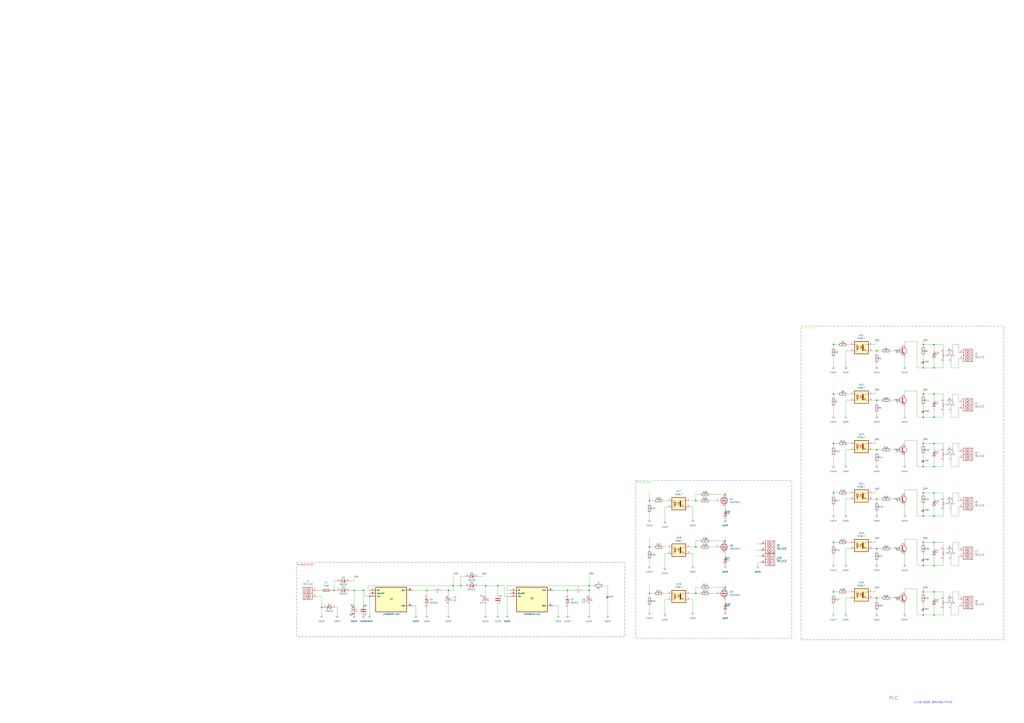
<source format=kicad_sch>
(kicad_sch (version 20231120) (generator "eeschema") (generator_version "8.0")
  (paper "A1")
  (lib_symbols
    (symbol "BZT52C3V3-7-F:BZT52C3V3-7-F" (pin_names (offset 1.016))
      (property "Reference" "D" (at -5.08 2.54 0))
      (property "Value" "BZT52C3V3-7-F" (at -5.08 -3.81 0))
      (symbol "BZT52C3V3-7-F_0_0"
        (pin passive line (at -5.08 0 0) (length 2.54) (name "~") (number "A"))
        (pin passive line (at 5.08 0 180) (length 2.54) (name "~") (number "K"))
      )
    )
    (symbol "C:EEEHD1V681AQ" (pin_names (offset 1.016))
      (property "Reference" "C" (at -2.54 3.81 0))
      (property "Value" "EEEHD1V681AQ" (at -2.54 -5.08 0))
      (symbol "EEEHD1V681AQ_0_0"
        (pin passive line (at -2.54 0 0) (length 2.54) (name "~") (number "1"))
        (pin passive line (at 5.08 0 180) (length 2.54) (name "~") (number "2"))
      )
    )
    (symbol "Device:C" (pin_numbers hide) (pin_names (offset 0.254))
      (property "Reference" "C" (at 0.635 2.54 0))
      (property "Value" "C" (at 0.635 -2.54 0))
      (symbol "C_1_1"
        (pin passive line (at 0 3.81 270) (length 2.794) (name "~") (number "1"))
        (pin passive line (at 0 -3.81 90) (length 2.794) (name "~") (number "2"))
      )
    )
    (symbol "Device:Fuse" (pin_numbers hide) (pin_names (offset 0))
      (property "Reference" "F" (at 2.032 0 90))
      (property "Value" "Fuse" (at -1.905 0 90))
      (symbol "Fuse_1_1"
        (pin passive line (at 0 3.81 270) (length 1.27) (name "~") (number "1"))
        (pin passive line (at 0 -3.81 90) (length 1.27) (name "~") (number "2"))
      )
    )
    (symbol "Device:L" (pin_numbers hide) (pin_names (offset 1.016) hide)
      (property "Reference" "L" (at -1.27 0 90))
      (property "Value" "L" (at 1.905 0 90))
      (symbol "L_1_1"
        (pin passive line (at 0 3.81 270) (length 1.27) (name "1") (number "1"))
        (pin passive line (at 0 -3.81 90) (length 1.27) (name "2") (number "2"))
      )
    )
    (symbol "Device:R" (pin_numbers hide) (pin_names (offset 0))
      (property "Reference" "R" (at 2.032 0 90))
      (property "Value" "R" (at 0 0 90))
      (symbol "R_1_1"
        (pin passive line (at 0 3.81 270) (length 1.27) (name "~") (number "1"))
        (pin passive line (at 0 -3.81 90) (length 1.27) (name "~") (number "2"))
      )
    )
    (symbol "Diode:1N4148" (pin_numbers hide) (pin_names hide)
      (property "Reference" "D" (at 0 2.54 0))
      (property "Value" "1N4148" (at 0 -2.54 0))
      (symbol "1N4148_1_1"
        (pin passive line (at -3.81 0 0) (length 2.54) (name "K") (number "1"))
        (pin passive line (at 3.81 0 180) (length 2.54) (name "A") (number "2"))
      )
    )
    (symbol "EESTN5:LED" (pin_numbers hide) (pin_names (offset 1.016) hide)
      (property "Reference" "LED" (at 0 2.54 0))
      (property "Value" "LED" (at 0 -2.54 0))
      (symbol "LED_1_1"
        (pin passive line (at -1.27 0 0) (length 1.27) (name "A") (number "1"))
        (pin passive line (at 2.54 0 180) (length 1.27) (name "K") (number "2"))
      )
    )
    (symbol "EESTN5:RELAY_C" (pin_names (offset 1.016))
      (property "Reference" "K" (at 0 6.35 0))
      (property "Value" "RELAY_C" (at 0 -5.969 0))
      (symbol "RELAY_C_1_1"
        (pin passive line (at -5.08 -2.54 0) (length 2.54) (name "~") (number "1"))
        (pin passive line (at -5.08 3.81 0) (length 2.54) (name "~") (number "2"))
        (pin passive line (at 5.08 -3.81 180) (length 2.54) (name "~") (number "3"))
        (pin passive line (at 5.08 -1.27 180) (length 2.54) (name "~") (number "4"))
        (pin passive line (at 5.08 3.81 180) (length 2.54) (name "~") (number "5"))
      )
    )
    (symbol "EESTN5:TB_1X2" (pin_names (offset 1.016))
      (property "Reference" "J" (at 0 7.62 0))
      (property "Value" "TB_1X2" (at 1.27 -7.62 0))
      (symbol "TB_1X2_1_1"
        (pin input line (at 8.89 2.54 180) (length 3.81) (name "~") (number "1"))
        (pin input line (at 8.89 -2.54 180) (length 3.81) (name "~") (number "2"))
      )
    )
    (symbol "EESTN5:TB_1X3" (pin_names (offset 1.016))
      (property "Reference" "J" (at 0 7.62 0))
      (property "Value" "TB_1X3" (at 1.27 -11.43 0))
      (symbol "TB_1X3_1_1"
        (pin input line (at 8.89 2.54 180) (length 3.81) (name "~") (number "1"))
        (pin input line (at 8.89 -2.54 180) (length 3.81) (name "~") (number "2"))
        (pin input line (at 8.89 -7.62 180) (length 3.81) (name "~") (number "3"))
      )
    )
    (symbol "LM2594M-3.3:LM2594M-3.3" (pin_names (offset 1.016))
      (property "Reference" "U" (at -12.7 11.16 0))
      (property "Value" "LM2594M-3.3" (at -12.7 -14.16 0))
      (symbol "LM2594M-3.3_0_0"
        (pin input line (at -17.78 7.62 0) (length 5.08) (name "FB") (number "4"))
        (pin input line (at -17.78 5.08 0) (length 5.08) (name "ON/OFF") (number "5"))
        (pin power_in line (at 17.78 -5.08 180) (length 5.08) (name "GND") (number "6"))
        (pin input line (at -17.78 2.54 0) (length 5.08) (name "VIN") (number "7"))
        (pin output line (at 17.78 7.62 180) (length 5.08) (name "OUT") (number "8"))
      )
    )
    (symbol "LM2594M-5.0:LM2594M-5.0" (pin_names (offset 1.016))
      (property "Reference" "U" (at -12.7 11.16 0))
      (property "Value" "LM2594M-5.0" (at -12.7 -14.16 0))
      (symbol "LM2594M-5.0_0_0"
        (pin input line (at -17.78 7.62 0) (length 5.08) (name "FB") (number "4"))
        (pin input line (at -17.78 5.08 0) (length 5.08) (name "ON/OFF") (number "5"))
        (pin power_in line (at 17.78 -5.08 180) (length 5.08) (name "GND") (number "6"))
        (pin input line (at -17.78 2.54 0) (length 5.08) (name "VIN") (number "7"))
        (pin output line (at 17.78 7.62 180) (length 5.08) (name "OUT") (number "8"))
      )
    )
    (symbol "LM321MF_NOPB:LM321MF_NOPB" (pin_names (offset 1.016))
      (property "Reference" "U" (at 5.08 3.175 0))
      (property "Value" "LM321MF_NOPB" (at 5.08 -5.08 0))
      (symbol "LM321MF_NOPB_0_0"
        (text "V+" (at 3.81 3.175 900) (effects (font (size 0.8128 0.8128)) (justify left bottom)))
        (text "V-" (at 3.81 -4.445 900) (effects (font (size 0.8128 0.8128)) (justify left bottom)))
        (pin input line (at -7.62 -2.54 0) (length 5.08) (name "~") (number "1"))
        (pin power_in line (at 2.54 -7.62 90) (length 5.08) (name "~") (number "2"))
        (pin input line (at -7.62 2.54 0) (length 5.08) (name "~") (number "3"))
        (pin output line (at 12.7 0 180) (length 5.08) (name "~") (number "4"))
        (pin power_in line (at 2.54 7.62 270) (length 5.08) (name "~") (number "5"))
      )
    )
    (symbol "PC817:PC817" (pin_names (offset 1.016))
      (property "Reference" "OK" (at -6.9885 5.7179 0))
      (property "Value" "PC817" (at -6.9979 -7.634 0))
      (symbol "PC817_0_0"
        (pin passive line (at -10.16 2.54 0) (length 2.54) (name "~") (number "1"))
        (pin passive line (at -10.16 -2.54 0) (length 2.54) (name "~") (number "2"))
        (pin passive line (at 7.62 -2.54 180) (length 2.54) (name "~") (number "3"))
        (pin passive line (at 7.62 2.54 180) (length 2.54) (name "~") (number "4"))
      )
    )
    (symbol "SS210:SS210" (pin_names (offset 1.016))
      (property "Reference" "D" (at -5.08 2.54 0))
      (property "Value" "SS210" (at -5.08 -3.81 0))
      (symbol "SS210_0_0"
        (pin passive line (at -5.08 0 0) (length 2.54) (name "~") (number "A"))
        (pin passive line (at 5.08 0 180) (length 2.54) (name "~") (number "C"))
      )
    )
    (symbol "Transistor_BJT:MMBT3904" (pin_names (offset 0) hide)
      (property "Reference" "Q" (at 5.08 1.905 0))
      (property "Value" "MMBT3904" (at 5.08 0 0))
      (symbol "MMBT3904_1_1"
        (pin input line (at -5.08 0 0) (length 5.715) (name "B") (number "1"))
        (pin passive line (at 2.54 -5.08 90) (length 2.54) (name "E") (number "2"))
        (pin passive line (at 2.54 5.08 270) (length 2.54) (name "C") (number "3"))
      )
    )
    (symbol "Transistor_FET:AO3401A" (pin_names hide)
      (property "Reference" "Q" (at 5.08 1.905 0))
      (property "Value" "AO3401A" (at 5.08 0 0))
      (symbol "AO3401A_1_1"
        (pin input line (at -5.08 0 0) (length 2.54) (name "G") (number "1"))
        (pin passive line (at 2.54 -5.08 90) (length 2.54) (name "S") (number "2"))
        (pin passive line (at 2.54 5.08 270) (length 2.54) (name "D") (number "3"))
      )
    )
    (symbol "power:Earth" (power) (pin_numbers hide) (pin_names (offset 0) hide)
      (property "Value" "Earth" (at 0 -3.81 0))
      (symbol "Earth_1_1"
        (pin power_in line (at 0 0 270) (length 0) (name "~") (number "1"))
      )
    )
  )
  (junction (at 767.08 302.26))
  (junction (at 758.19 505.46))
  (junction (at 758.19 445.77))
  (junction (at 571.5 449.58))
  (junction (at 767.08 505.46))
  (junction (at 684.53 486.41))
  (junction (at 378.46 481.33))
  (junction (at 533.4 487.68))
  (junction (at 767.08 486.41))
  (junction (at 398.78 481.33))
  (junction (at 350.52 485.14))
  (junction (at 533.4 449.58))
  (junction (at 767.08 464.82))
  (junction (at 767.08 405.13))
  (junction (at 684.53 364.49))
  (junction (at 684.53 323.85))
  (junction (at 720.09 288.29))
  (junction (at 303.53 490.22))
  (junction (at 483.87 481.33))
  (junction (at 372.11 481.33))
  (junction (at 758.19 383.54))
  (junction (at 758.19 424.18))
  (junction (at 758.19 405.13))
  (junction (at 595.63 406.4))
  (junction (at 758.19 364.49))
  (junction (at 720.09 328.93))
  (junction (at 767.08 342.9))
  (junction (at 368.3 485.14))
  (junction (at 466.09 485.14))
  (junction (at 767.08 383.54))
  (junction (at 290.83 485.14))
  (junction (at 684.53 445.77))
  (junction (at 758.19 342.9))
  (junction (at 684.53 283.21))
  (junction (at 274.32 485.14))
  (junction (at 264.16 499.11))
  (junction (at 595.63 444.5))
  (junction (at 767.08 364.49))
  (junction (at 571.5 411.48))
  (junction (at 758.19 283.21))
  (junction (at 767.08 283.21))
  (junction (at 483.87 485.14))
  (junction (at 720.09 369.57))
  (junction (at 767.08 445.77))
  (junction (at 758.19 323.85))
  (junction (at 684.53 405.13))
  (junction (at 758.19 464.82))
  (junction (at 758.19 486.41))
  (junction (at 298.45 485.14))
  (junction (at 720.09 450.85))
  (junction (at 758.19 302.26))
  (junction (at 767.08 424.18))
  (junction (at 408.94 481.33))
  (junction (at 595.63 482.6))
  (junction (at 533.4 411.48))
  (junction (at 720.09 491.49))
  (junction (at 720.09 410.21))
  (junction (at 571.5 487.68))
  (junction (at 767.08 323.85))
  (no_connect (at 779.78 449.58))
  (no_connect (at 779.78 408.94))
  (no_connect (at 779.78 490.22))
  (no_connect (at 779.78 368.3))
  (no_connect (at 779.78 327.66))
  (no_connect (at 779.78 287.02))
  (wire (pts (xy 787.4 405.13) (xy 787.4 411.48)))
  (wire (pts (xy 742.95 321.31) (xy 753.11 321.31)))
  (wire (pts (xy 303.53 490.22) (xy 299.72 490.22)))
  (wire (pts (xy 716.28 323.85) (xy 718.82 323.85)))
  (wire (pts (xy 742.95 483.87) (xy 753.11 483.87)))
  (wire (pts (xy 767.08 450.85) (xy 767.08 445.77)))
  (wire (pts (xy 758.19 424.18) (xy 758.19 421.64)))
  (wire (pts (xy 767.08 410.21) (xy 767.08 405.13)))
  (wire (pts (xy 392.43 481.33) (xy 398.78 481.33)))
  (wire (pts (xy 260.35 485.14) (xy 264.16 485.14)))
  (wire (pts (xy 718.82 402.59) (xy 718.82 405.13)))
  (wire (pts (xy 720.09 450.85) (xy 723.9 450.85)))
  (wire (pts (xy 774.7 323.85) (xy 767.08 323.85)))
  (wire (pts (xy 544.83 449.58) (xy 548.64 449.58)))
  (wire (pts (xy 684.53 364.49) (xy 688.34 364.49)))
  (wire (pts (xy 684.53 323.85) (xy 688.34 323.85)))
  (wire (pts (xy 742.95 443.23) (xy 753.11 443.23)))
  (wire (pts (xy 731.52 288.29) (xy 735.33 288.29)))
  (wire (pts (xy 758.19 454.66) (xy 758.19 458.47)))
  (wire (pts (xy 621.03 447.04) (xy 624.84 447.04)))
  (wire (pts (xy 571.5 406.4) (xy 575.31 406.4)))
  (wire (pts (xy 544.83 411.48) (xy 548.64 411.48)))
  (wire (pts (xy 720.09 369.57) (xy 720.09 372.11)))
  (wire (pts (xy 698.5 491.49) (xy 694.69 491.49)))
  (wire (pts (xy 782.32 408.94) (xy 782.32 405.13)))
  (wire (pts (xy 582.93 411.48) (xy 588.01 411.48)))
  (wire (pts (xy 546.1 416.56) (xy 546.1 427.99)))
  (wire (pts (xy 782.32 486.41) (xy 787.4 486.41)))
  (wire (pts (xy 298.45 485.14) (xy 298.45 497.84)))
  (wire (pts (xy 363.22 485.14) (xy 368.3 485.14)))
  (wire (pts (xy 782.32 323.85) (xy 787.4 323.85)))
  (wire (pts (xy 774.7 327.66) (xy 774.7 323.85)))
  (wire (pts (xy 684.53 445.77) (xy 688.34 445.77)))
  (wire (pts (xy 350.52 485.14) (xy 355.6 485.14)))
  (wire (pts (xy 758.19 332.74) (xy 758.19 336.55)))
  (wire (pts (xy 571.5 411.48) (xy 571.5 406.4)))
  (wire (pts (xy 758.19 280.67) (xy 758.19 283.21)))
  (wire (pts (xy 718.82 483.87) (xy 718.82 486.41)))
  (wire (pts (xy 483.87 481.33) (xy 487.68 481.33)))
  (wire (pts (xy 350.52 499.11) (xy 350.52 505.46)))
  (wire (pts (xy 787.4 323.85) (xy 787.4 330.2)))
  (wire (pts (xy 568.96 416.56) (xy 568.96 426.72)))
  (wire (pts (xy 582.93 487.68) (xy 588.01 487.68)))
  (wire (pts (xy 595.63 454.66) (xy 595.63 457.2)))
  (wire (pts (xy 684.53 504.19) (xy 684.53 496.57)))
  (wire (pts (xy 568.96 454.66) (xy 568.96 464.82)))
  (wire (pts (xy 299.72 485.14) (xy 298.45 485.14)))
  (wire (pts (xy 695.96 405.13) (xy 698.5 405.13)))
  (wire (pts (xy 782.32 368.3) (xy 782.32 364.49)))
  (wire (pts (xy 767.08 417.83) (xy 767.08 424.18)))
  (wire (pts (xy 731.52 410.21) (xy 735.33 410.21)))
  (wire (pts (xy 595.63 480.06) (xy 595.63 482.6)))
  (wire (pts (xy 716.28 369.57) (xy 720.09 369.57)))
  (wire (pts (xy 466.09 499.11) (xy 466.09 505.46)))
  (wire (pts (xy 767.08 328.93) (xy 767.08 323.85)))
  (wire (pts (xy 454.66 485.14) (xy 466.09 485.14)))
  (wire (pts (xy 753.11 402.59) (xy 753.11 424.18)))
  (wire (pts (xy 716.28 410.21) (xy 720.09 410.21)))
  (wire (pts (xy 582.93 482.6) (xy 595.63 482.6)))
  (wire (pts (xy 731.52 491.49) (xy 735.33 491.49)))
  (wire (pts (xy 582.93 444.5) (xy 595.63 444.5)))
  (wire (pts (xy 782.32 405.13) (xy 787.4 405.13)))
  (wire (pts (xy 720.09 491.49) (xy 723.9 491.49)))
  (wire (pts (xy 287.02 477.52) (xy 290.83 477.52)))
  (wire (pts (xy 694.69 491.49) (xy 694.69 504.19)))
  (wire (pts (xy 260.35 490.22) (xy 264.16 490.22)))
  (wire (pts (xy 533.4 452.12) (xy 533.4 449.58)))
  (wire (pts (xy 694.69 369.57) (xy 694.69 382.27)))
  (wire (pts (xy 378.46 481.33) (xy 378.46 473.71)))
  (wire (pts (xy 350.52 488.95) (xy 350.52 485.14)))
  (wire (pts (xy 718.82 443.23) (xy 718.82 445.77)))
  (wire (pts (xy 782.32 445.77) (xy 787.4 445.77)))
  (wire (pts (xy 787.4 283.21) (xy 787.4 289.56)))
  (wire (pts (xy 758.19 284.48) (xy 758.19 283.21)))
  (wire (pts (xy 684.53 448.31) (xy 684.53 445.77)))
  (wire (pts (xy 787.4 364.49) (xy 787.4 370.84)))
  (wire (pts (xy 378.46 473.71) (xy 382.27 473.71)))
  (wire (pts (xy 684.53 341.63) (xy 684.53 334.01)))
  (wire (pts (xy 684.53 361.95) (xy 684.53 364.49)))
  (wire (pts (xy 533.4 490.22) (xy 533.4 487.68)))
  (wire (pts (xy 781.05 378.46) (xy 781.05 383.54)))
  (wire (pts (xy 767.08 342.9) (xy 758.19 342.9)))
  (wire (pts (xy 290.83 485.14) (xy 290.83 497.84)))
  (wire (pts (xy 372.11 481.33) (xy 372.11 485.14)))
  (wire (pts (xy 621.03 452.12) (xy 624.84 452.12)))
  (wire (pts (xy 753.11 321.31) (xy 753.11 342.9)))
  (wire (pts (xy 499.11 481.33) (xy 499.11 488.95)))
  (wire (pts (xy 774.7 383.54) (xy 774.7 378.46)))
  (wire (pts (xy 720.09 288.29) (xy 720.09 290.83)))
  (wire (pts (xy 781.05 419.1) (xy 781.05 424.18)))
  (wire (pts (xy 720.09 501.65) (xy 720.09 504.19)))
  (wire (pts (xy 582.93 449.58) (xy 588.01 449.58)))
  (wire (pts (xy 622.3 462.28) (xy 622.3 464.82)))
  (wire (pts (xy 566.42 449.58) (xy 571.5 449.58)))
  (wire (pts (xy 408.94 481.33) (xy 414.02 481.33)))
  (wire (pts (xy 695.96 364.49) (xy 698.5 364.49)))
  (wire (pts (xy 767.08 464.82) (xy 774.7 464.82)))
  (wire (pts (xy 571.5 449.58) (xy 575.31 449.58)))
  (wire (pts (xy 483.87 472.44) (xy 483.87 481.33)))
  (wire (pts (xy 548.64 416.56) (xy 546.1 416.56)))
  (wire (pts (xy 758.19 445.77) (xy 767.08 445.77)))
  (wire (pts (xy 414.02 481.33) (xy 414.02 490.22)))
  (wire (pts (xy 684.53 488.95) (xy 684.53 486.41)))
  (wire (pts (xy 767.08 383.54) (xy 774.7 383.54)))
  (wire (pts (xy 695.96 323.85) (xy 698.5 323.85)))
  (wire (pts (xy 684.53 367.03) (xy 684.53 364.49)))
  (wire (pts (xy 274.32 477.52) (xy 276.86 477.52)))
  (wire (pts (xy 720.09 420.37) (xy 720.09 422.91)))
  (wire (pts (xy 742.95 280.67) (xy 753.11 280.67)))
  (wire (pts (xy 716.28 486.41) (xy 718.82 486.41)))
  (wire (pts (xy 758.19 323.85) (xy 767.08 323.85)))
  (wire (pts (xy 767.08 464.82) (xy 758.19 464.82)))
  (wire (pts (xy 695.96 445.77) (xy 698.5 445.77)))
  (wire (pts (xy 396.24 472.44) (xy 396.24 473.71)))
  (wire (pts (xy 767.08 424.18) (xy 774.7 424.18)))
  (wire (pts (xy 758.19 364.49) (xy 767.08 364.49)))
  (wire (pts (xy 781.05 337.82) (xy 781.05 342.9)))
  (wire (pts (xy 782.32 364.49) (xy 787.4 364.49)))
  (wire (pts (xy 302.26 481.33) (xy 372.11 481.33)))
  (wire (pts (xy 414.02 490.22) (xy 419.1 490.22)))
  (wire (pts (xy 716.28 445.77) (xy 718.82 445.77)))
  (wire (pts (xy 566.42 487.68) (xy 571.5 487.68)))
  (wire (pts (xy 698.5 450.85) (xy 694.69 450.85)))
  (wire (pts (xy 533.4 487.68) (xy 537.21 487.68)))
  (wire (pts (xy 758.19 283.21) (xy 767.08 283.21)))
  (wire (pts (xy 758.19 402.59) (xy 758.19 405.13)))
  (wire (pts (xy 774.7 408.94) (xy 774.7 405.13)))
  (wire (pts (xy 571.5 411.48) (xy 575.31 411.48)))
  (wire (pts (xy 684.53 483.87) (xy 684.53 486.41)))
  (wire (pts (xy 774.7 424.18) (xy 774.7 419.1)))
  (wire (pts (xy 742.95 293.37) (xy 742.95 300.99)))
  (wire (pts (xy 264.16 490.22) (xy 264.16 499.11)))
  (wire (pts (xy 787.4 342.9) (xy 787.4 335.28)))
  (wire (pts (xy 782.32 490.22) (xy 782.32 486.41)))
  (wire (pts (xy 483.87 481.33) (xy 483.87 485.14)))
  (wire (pts (xy 742.95 402.59) (xy 742.95 405.13)))
  (wire (pts (xy 499.11 492.76) (xy 499.11 505.46)))
  (wire (pts (xy 298.45 485.14) (xy 290.83 485.14)))
  (wire (pts (xy 694.69 450.85) (xy 694.69 463.55)))
  (wire (pts (xy 290.83 474.98) (xy 290.83 477.52)))
  (wire (pts (xy 694.69 410.21) (xy 694.69 422.91)))
  (wire (pts (xy 684.53 443.23) (xy 684.53 445.77)))
  (wire (pts (xy 533.4 441.96) (xy 533.4 449.58)))
  (wire (pts (xy 720.09 339.09) (xy 720.09 341.63)))
  (wire (pts (xy 758.19 443.23) (xy 758.19 445.77)))
  (wire (pts (xy 533.4 459.74) (xy 533.4 464.82)))
  (wire (pts (xy 742.95 334.01) (xy 742.95 341.63)))
  (wire (pts (xy 767.08 369.57) (xy 767.08 364.49)))
  (wire (pts (xy 698.5 288.29) (xy 694.69 288.29)))
  (wire (pts (xy 495.3 481.33) (xy 499.11 481.33)))
  (wire (pts (xy 742.95 415.29) (xy 742.95 422.91)))
  (wire (pts (xy 566.42 416.56) (xy 568.96 416.56)))
  (wire (pts (xy 533.4 411.48) (xy 537.21 411.48)))
  (wire (pts (xy 758.19 495.3) (xy 758.19 499.11)))
  (wire (pts (xy 782.32 449.58) (xy 782.32 445.77)))
  (wire (pts (xy 758.19 365.76) (xy 758.19 364.49)))
  (wire (pts (xy 774.7 464.82) (xy 774.7 459.74)))
  (wire (pts (xy 372.11 481.33) (xy 378.46 481.33)))
  (wire (pts (xy 758.19 487.68) (xy 758.19 486.41)))
  (wire (pts (xy 416.56 481.33) (xy 483.87 481.33)))
  (wire (pts (xy 774.7 505.46) (xy 774.7 500.38)))
  (wire (pts (xy 753.11 342.9) (xy 758.19 342.9)))
  (wire (pts (xy 271.78 485.14) (xy 274.32 485.14)))
  (wire (pts (xy 758.19 486.41) (xy 767.08 486.41)))
  (wire (pts (xy 483.87 485.14) (xy 483.87 488.95)))
  (wire (pts (xy 571.5 449.58) (xy 571.5 444.5)))
  (wire (pts (xy 774.7 490.22) (xy 774.7 486.41)))
  (wire (pts (xy 718.82 361.95) (xy 718.82 364.49)))
  (wire (pts (xy 533.4 497.84) (xy 533.4 502.92)))
  (wire (pts (xy 533.4 414.02) (xy 533.4 411.48)))
  (wire (pts (xy 582.93 406.4) (xy 595.63 406.4)))
  (wire (pts (xy 716.28 288.29) (xy 720.09 288.29)))
  (wire (pts (xy 716.28 328.93) (xy 720.09 328.93)))
  (wire (pts (xy 782.32 287.02) (xy 782.32 283.21)))
  (wire (pts (xy 774.7 364.49) (xy 767.08 364.49)))
  (wire (pts (xy 720.09 410.21) (xy 720.09 412.75)))
  (wire (pts (xy 787.4 464.82) (xy 787.4 457.2)))
  (wire (pts (xy 787.4 424.18) (xy 787.4 416.56)))
  (wire (pts (xy 774.7 445.77) (xy 767.08 445.77)))
  (wire (pts (xy 566.42 492.76) (xy 568.96 492.76)))
  (wire (pts (xy 695.96 283.21) (xy 698.5 283.21)))
  (wire (pts (xy 368.3 496.57) (xy 368.3 505.46)))
  (wire (pts (xy 767.08 377.19) (xy 767.08 383.54)))
  (wire (pts (xy 684.53 382.27) (xy 684.53 374.65)))
  (wire (pts (xy 753.11 361.95) (xy 753.11 383.54)))
  (wire (pts (xy 684.53 300.99) (xy 684.53 293.37)))
  (wire (pts (xy 716.28 491.49) (xy 720.09 491.49)))
  (wire (pts (xy 303.53 490.22) (xy 303.53 505.46)))
  (wire (pts (xy 303.53 487.68) (xy 303.53 490.22)))
  (wire (pts (xy 684.53 463.55) (xy 684.53 455.93)))
  (wire (pts (xy 753.11 464.82) (xy 758.19 464.82)))
  (wire (pts (xy 758.19 505.46) (xy 758.19 502.92)))
  (wire (pts (xy 566.42 454.66) (xy 568.96 454.66)))
  (wire (pts (xy 544.83 487.68) (xy 548.64 487.68)))
  (wire (pts (xy 767.08 383.54) (xy 758.19 383.54)))
  (wire (pts (xy 758.19 483.87) (xy 758.19 486.41)))
  (wire (pts (xy 742.95 496.57) (xy 742.95 504.19)))
  (wire (pts (xy 684.53 326.39) (xy 684.53 323.85)))
  (wire (pts (xy 398.78 481.33) (xy 398.78 488.95)))
  (wire (pts (xy 684.53 285.75) (xy 684.53 283.21)))
  (wire (pts (xy 758.19 325.12) (xy 758.19 323.85)))
  (wire (pts (xy 742.95 443.23) (xy 742.95 445.77)))
  (wire (pts (xy 758.19 383.54) (xy 758.19 381)))
  (wire (pts (xy 368.3 485.14) (xy 368.3 488.95)))
  (wire (pts (xy 742.95 361.95) (xy 753.11 361.95)))
  (wire (pts (xy 378.46 481.33) (xy 382.27 481.33)))
  (wire (pts (xy 767.08 499.11) (xy 767.08 505.46)))
  (wire (pts (xy 742.95 321.31) (xy 742.95 323.85)))
  (wire (pts (xy 720.09 328.93) (xy 720.09 331.47)))
  (wire (pts (xy 758.19 321.31) (xy 758.19 323.85)))
  (wire (pts (xy 720.09 379.73) (xy 720.09 382.27)))
  (wire (pts (xy 787.4 505.46) (xy 787.4 497.84)))
  (wire (pts (xy 466.09 485.14) (xy 471.17 485.14)))
  (wire (pts (xy 408.94 496.57) (xy 408.94 505.46)))
  (wire (pts (xy 684.53 402.59) (xy 684.53 405.13)))
  (wire (pts (xy 767.08 295.91) (xy 767.08 302.26)))
  (wire (pts (xy 684.53 405.13) (xy 688.34 405.13)))
  (wire (pts (xy 720.09 450.85) (xy 720.09 453.39)))
  (wire (pts (xy 720.09 461.01) (xy 720.09 463.55)))
  (wire (pts (xy 548.64 454.66) (xy 546.1 454.66)))
  (wire (pts (xy 299.72 490.22) (xy 299.72 485.14)))
  (wire (pts (xy 720.09 298.45) (xy 720.09 300.99)))
  (wire (pts (xy 742.95 455.93) (xy 742.95 463.55)))
  (wire (pts (xy 781.05 297.18) (xy 781.05 302.26)))
  (wire (pts (xy 274.32 485.14) (xy 276.86 485.14)))
  (wire (pts (xy 720.09 369.57) (xy 723.9 369.57)))
  (wire (pts (xy 758.19 464.82) (xy 758.19 462.28)))
  (wire (pts (xy 568.96 492.76) (xy 568.96 502.92)))
  (wire (pts (xy 571.5 487.68) (xy 575.31 487.68)))
  (wire (pts (xy 767.08 302.26) (xy 758.19 302.26)))
  (wire (pts (xy 781.05 459.74) (xy 781.05 464.82)))
  (wire (pts (xy 781.05 464.82) (xy 787.4 464.82)))
  (wire (pts (xy 571.5 444.5) (xy 575.31 444.5)))
  (wire (pts (xy 571.5 482.6) (xy 575.31 482.6)))
  (wire (pts (xy 787.4 445.77) (xy 787.4 452.12)))
  (wire (pts (xy 753.11 505.46) (xy 758.19 505.46)))
  (wire (pts (xy 781.05 342.9) (xy 787.4 342.9)))
  (wire (pts (xy 758.19 406.4) (xy 758.19 405.13)))
  (wire (pts (xy 398.78 481.33) (xy 408.94 481.33)))
  (wire (pts (xy 742.95 483.87) (xy 742.95 486.41)))
  (wire (pts (xy 694.69 288.29) (xy 694.69 300.99)))
  (wire (pts (xy 372.11 472.44) (xy 372.11 481.33)))
  (wire (pts (xy 758.19 302.26) (xy 758.19 299.72)))
  (wire (pts (xy 533.4 480.06) (xy 533.4 487.68)))
  (wire (pts (xy 774.7 342.9) (xy 774.7 337.82)))
  (wire (pts (xy 787.4 302.26) (xy 787.4 294.64)))
  (wire (pts (xy 339.09 485.14) (xy 350.52 485.14)))
  (wire (pts (xy 753.11 302.26) (xy 758.19 302.26)))
  (wire (pts (xy 684.53 283.21) (xy 688.34 283.21)))
  (wire (pts (xy 767.08 424.18) (xy 758.19 424.18)))
  (wire (pts (xy 684.53 280.67) (xy 684.53 283.21)))
  (wire (pts (xy 731.52 450.85) (xy 735.33 450.85)))
  (wire (pts (xy 720.09 491.49) (xy 720.09 494.03)))
  (wire (pts (xy 781.05 302.26) (xy 787.4 302.26)))
  (wire (pts (xy 695.96 486.41) (xy 698.5 486.41)))
  (wire (pts (xy 753.11 383.54) (xy 758.19 383.54)))
  (wire (pts (xy 392.43 473.71) (xy 396.24 473.71)))
  (wire (pts (xy 758.19 292.1) (xy 758.19 295.91)))
  (wire (pts (xy 533.4 403.86) (xy 533.4 411.48)))
  (wire (pts (xy 716.28 450.85) (xy 720.09 450.85)))
  (wire (pts (xy 698.5 410.21) (xy 694.69 410.21)))
  (wire (pts (xy 758.19 405.13) (xy 767.08 405.13)))
  (wire (pts (xy 302.26 485.14) (xy 302.26 481.33)))
  (wire (pts (xy 341.63 497.84) (xy 341.63 505.46)))
  (wire (pts (xy 720.09 288.29) (xy 723.9 288.29)))
  (wire (pts (xy 533.4 421.64) (xy 533.4 426.72)))
  (wire (pts (xy 303.53 485.14) (xy 302.26 485.14)))
  (wire (pts (xy 758.19 373.38) (xy 758.19 377.19)))
  (wire (pts (xy 276.86 499.11) (xy 276.86 505.46)))
  (wire (pts (xy 782.32 283.21) (xy 787.4 283.21)))
  (wire (pts (xy 546.1 492.76) (xy 546.1 504.19)))
  (wire (pts (xy 774.7 368.3) (xy 774.7 364.49)))
  (wire (pts (xy 767.08 491.49) (xy 767.08 486.41)))
  (wire (pts (xy 787.4 383.54) (xy 787.4 375.92)))
  (wire (pts (xy 774.7 405.13) (xy 767.08 405.13)))
  (wire (pts (xy 774.7 287.02) (xy 774.7 283.21)))
  (wire (pts (xy 546.1 454.66) (xy 546.1 466.09)))
  (wire (pts (xy 758.19 361.95) (xy 758.19 364.49)))
  (wire (pts (xy 774.7 449.58) (xy 774.7 445.77)))
  (wire (pts (xy 416.56 505.46) (xy 416.56 487.68)))
  (wire (pts (xy 684.53 407.67) (xy 684.53 405.13)))
  (wire (pts (xy 758.19 447.04) (xy 758.19 445.77)))
  (wire (pts (xy 265.43 499.11) (xy 264.16 499.11)))
  (wire (pts (xy 716.28 364.49) (xy 718.82 364.49)))
  (wire (pts (xy 742.95 402.59) (xy 753.11 402.59)))
  (wire (pts (xy 408.94 481.33) (xy 408.94 488.95)))
  (wire (pts (xy 548.64 492.76) (xy 546.1 492.76)))
  (wire (pts (xy 339.09 497.84) (xy 341.63 497.84)))
  (wire (pts (xy 767.08 505.46) (xy 758.19 505.46)))
  (wire (pts (xy 716.28 405.13) (xy 718.82 405.13)))
  (wire (pts (xy 781.05 505.46) (xy 787.4 505.46)))
  (wire (pts (xy 774.7 283.21) (xy 767.08 283.21)))
  (wire (pts (xy 720.09 328.93) (xy 723.9 328.93)))
  (wire (pts (xy 753.11 483.87) (xy 753.11 505.46)))
  (wire (pts (xy 621.03 457.2) (xy 624.84 457.2)))
  (wire (pts (xy 398.78 496.57) (xy 398.78 505.46)))
  (wire (pts (xy 595.63 403.86) (xy 595.63 406.4)))
  (wire (pts (xy 767.08 288.29) (xy 767.08 283.21)))
  (wire (pts (xy 742.95 374.65) (xy 742.95 382.27)))
  (wire (pts (xy 698.5 328.93) (xy 694.69 328.93)))
  (wire (pts (xy 731.52 369.57) (xy 735.33 369.57)))
  (wire (pts (xy 787.4 486.41) (xy 787.4 492.76)))
  (wire (pts (xy 742.95 361.95) (xy 742.95 364.49)))
  (wire (pts (xy 684.53 422.91) (xy 684.53 415.29)))
  (wire (pts (xy 718.82 321.31) (xy 718.82 323.85)))
  (wire (pts (xy 483.87 496.57) (xy 483.87 505.46)))
  (wire (pts (xy 774.7 486.41) (xy 767.08 486.41)))
  (wire (pts (xy 684.53 486.41) (xy 688.34 486.41)))
  (wire (pts (xy 742.95 280.67) (xy 742.95 283.21)))
  (wire (pts (xy 466.09 485.14) (xy 466.09 488.95)))
  (wire (pts (xy 533.4 449.58) (xy 537.21 449.58)))
  (wire (pts (xy 416.56 487.68) (xy 419.1 487.68)))
  (wire (pts (xy 478.79 485.14) (xy 483.87 485.14)))
  (wire (pts (xy 781.05 383.54) (xy 787.4 383.54)))
  (wire (pts (xy 694.69 328.93) (xy 694.69 341.63)))
  (wire (pts (xy 767.08 302.26) (xy 774.7 302.26)))
  (wire (pts (xy 419.1 485.14) (xy 416.56 485.14)))
  (wire (pts (xy 368.3 485.14) (xy 372.11 485.14)))
  (wire (pts (xy 595.63 492.76) (xy 595.63 495.3)))
  (wire (pts (xy 781.05 500.38) (xy 781.05 505.46)))
  (wire (pts (xy 767.08 336.55) (xy 767.08 342.9)))
  (wire (pts (xy 716.28 283.21) (xy 718.82 283.21)))
  (wire (pts (xy 571.5 487.68) (xy 571.5 482.6)))
  (wire (pts (xy 720.09 410.21) (xy 723.9 410.21)))
  (wire (pts (xy 758.19 342.9) (xy 758.19 340.36)))
  (wire (pts (xy 753.11 424.18) (xy 758.19 424.18)))
  (wire (pts (xy 767.08 342.9) (xy 774.7 342.9)))
  (wire (pts (xy 767.08 458.47) (xy 767.08 464.82)))
  (wire (pts (xy 731.52 328.93) (xy 735.33 328.93)))
  (wire (pts (xy 416.56 485.14) (xy 416.56 481.33)))
  (wire (pts (xy 458.47 497.84) (xy 458.47 505.46)))
  (wire (pts (xy 758.19 414.02) (xy 758.19 417.83)))
  (wire (pts (xy 595.63 441.96) (xy 595.63 444.5)))
  (wire (pts (xy 275.59 499.11) (xy 276.86 499.11)))
  (wire (pts (xy 782.32 327.66) (xy 782.32 323.85)))
  (wire (pts (xy 595.63 416.56) (xy 595.63 419.1)))
  (wire (pts (xy 774.7 302.26) (xy 774.7 297.18)))
  (wire (pts (xy 698.5 369.57) (xy 694.69 369.57)))
  (wire (pts (xy 781.05 424.18) (xy 787.4 424.18)))
  (wire (pts (xy 290.83 485.14) (xy 287.02 485.14)))
  (wire (pts (xy 566.42 411.48) (xy 571.5 411.48)))
  (wire (pts (xy 767.08 505.46) (xy 774.7 505.46)))
  (wire (pts (xy 624.84 462.28) (xy 622.3 462.28)))
  (wire (pts (xy 264.16 499.11) (xy 264.16 505.46)))
  (wire (pts (xy 753.11 280.67) (xy 753.11 302.26)))
  (wire (pts (xy 454.66 497.84) (xy 458.47 497.84)))
  (wire (pts (xy 753.11 443.23) (xy 753.11 464.82)))
  (wire (pts (xy 718.82 280.67) (xy 718.82 283.21)))
  (wire (pts (xy 684.53 321.31) (xy 684.53 323.85)))
  (wire (pts (xy 274.32 485.14) (xy 274.32 477.52)))
  (rectangle (start 521.97 394.97) (end 650.24 524.51) (stroke (width 0) (type dash_dot)))
  (rectangle (start 243.84 462.28) (end 513.08 523.24) (stroke (width 0) (type dash_dot)))
  (rectangle (start 657.86 267.97) (end 824.23 525.78) (stroke (width 0) (type dash_dot)))
  (text "4/10/2025 (MM/DD/YYYY)\n" (at 766.318 577.342 0) (effects (font (size 1.524 1.524))))
  (text "Relay control\n" (at 664.464 269.494 0) (effects (font (size 1.27 1.27))))
  (text "PLC" (at 733.806 573.786 0) (effects (font (size 2.54 2.54))))
  (text "PWM outputs" (at 528.32 396.494 0) (effects (font (size 1.27 1.27))))
  (text "ALIMENTACIÓN" (at 250.952 464.312 0) (effects (font (size 1.27 1.27))))
  (label "5v1" (at 718.82 361.95 0))
  (label "24V" (at 758.19 280.67 0))
  (label "5v1" (at 718.82 483.87 0))
  (label "5v1" (at 396.24 472.44 0))
  (label "+5V" (at 372.11 472.44 0))
  (label "24V" (at 290.83 474.98 0))
  (label "24V" (at 758.19 361.95 0))
  (label "24V" (at 758.19 483.87 0))
  (label "5v1" (at 718.82 280.67 0))
  (label "24V" (at 758.19 443.23 0))
  (label "5v1" (at 718.82 443.23 0))
  (label "5v1" (at 718.82 402.59 0))
  (label "24V" (at 758.19 402.59 0))
  (label "5v1" (at 718.82 321.31 0))
  (label "VCC" (at 483.87 472.44 0))
  (label "24V" (at 758.19 321.31 0))
  (symbol (lib_id "Device:Fuse") (at 267.97 485.14 90) (unit 1)
    (property "Reference" "F1" (at 267.97 478.79 90))
    (property "Value" "Fuse" (at 267.97 481.33 90))
    (property "Description" "Fuse" (effects (hide yes)))
  )
  (symbol (lib_id "power:Earth") (at 595.63 464.82 0) (unit 1)
    (property "Reference" "#PWR048" (effects (hide yes)))
    (property "Value" "Earth" (at 595.63 469.9 0))
    (property "Description" "Power symbol creates a global label with name \"Earth\"" (effects (hide yes)))
  )
  (symbol (lib_id "power:Earth") (at 568.96 464.82 0) (unit 1)
    (property "Reference" "#PWR047" (effects (hide yes)))
    (property "Value" "Earth" (at 568.96 469.9 0))
    (property "Description" "Power symbol creates a global label with name \"Earth\"" (effects (hide yes)))
  )
  (symbol (lib_id "SS210:SS210") (at 350.52 494.03 90) (unit 1)
    (property "Reference" "D4" (at 353.06 492.7599 90) (effects (justify right)))
    (property "Value" "SS210" (at 353.06 495.2999 90) (effects (justify right)))
    (property "Footprint" "SS210:DIOM4336X265N" (effects (hide yes)))
    (property "MF" "Taiwan Semiconductor" (effects (hide yes)))
    (property "MAXIMUM_PACKAGE_HEIGHT" "2.65mm" (effects (hide yes)))
    (property "Package" "SMB-2 Taiwan Semiconductor" (effects (hide yes)))
    (property "Price" "None" (effects (hide yes)))
    (property "Check_prices" "https://www.snapeda.com/parts/SS210/taiwan/view-part/?ref=eda" (effects (hide yes)))
    (property "STANDARD" "Manufacturer Recommendations" (effects (hide yes)))
    (property "PARTREV" "N2306" (effects (hide yes)))
    (property "SnapEDA_Link" "https://www.snapeda.com/parts/SS210/taiwan/view-part/?ref=snap" (effects (hide yes)))
    (property "MP" "SS210" (effects (hide yes)))
    (property "Description_1" "\n                        \n                            2A, 100V, Schottky Rectifier\n                        \n" (effects (hide yes)))
    (property "SNAPEDA_PN" "SS22" (effects (hide yes)))
    (property "Availability" "In Stock" (effects (hide yes)))
    (property "MANUFACTURER" "Taiwan Semiconductor" (effects (hide yes)))
  )
  (symbol (lib_id "C:EEEHD1V681AQ") (at 483.87 491.49 270) (unit 1)
    (property "Reference" "C6" (at 478.028 492.76 90) (effects (justify left)))
    (property "Value" "CP" (at 478.028 494.792 90) (effects (justify left)))
    (property "Footprint" "Capacitor_SMD:CP_Elec_6.3x7.7" (effects (hide yes)))
    (property "MF" "Panasonic Electronic Components" (effects (hide yes)))
    (property "MAXIMUM_PACKAGE_HEIGHT" "13.5mm" (effects (hide yes)))
    (property "Package" "RADIAL-2 Panasonic" (effects (hide yes)))
    (property "Price" "None" (effects (hide yes)))
    (property "Check_prices" "https://www.snapeda.com/parts/EEE-HD1V681AQ/Panasonic+Electronic+Components/view-part/?ref=eda" (effects (hide yes)))
    (property "STANDARD" "Manufacturer Recommendations" (effects (hide yes)))
    (property "PARTREV" "10-Oct-19" (effects (hide yes)))
    (property "SnapEDA_Link" "https://www.snapeda.com/parts/EEE-HD1V681AQ/Panasonic+Electronic+Components/view-part/?ref=snap" (effects (hide yes)))
    (property "MP" "EEE-HD1V681AQ" (effects (hide yes)))
    (property "Description_1" "\n                        \n                            680µF 35V Aluminum Electrolytic Capacitors Radial, Can - SMD 5000 Hrs @ 105°C\n                        \n" (effects (hide yes)))
    (property "Availability" "In Stock" (effects (hide yes)))
    (property "MANUFACTURER" "Panasonic" (effects (hide yes)))
  )
  (symbol (lib_id "power:Earth") (at 684.53 341.63 0) (unit 1)
    (property "Reference" "#PWR020" (effects (hide yes)))
    (property "Value" "Earth" (at 684.53 346.71 0))
    (property "Description" "Power symbol creates a global label with name \"Earth\"" (effects (hide yes)))
  )
  (symbol (lib_id "EESTN5:TB_1X3") (at -299.4983 376.4038 0) (unit 1)
    (property "Reference" "J2" (at -298.2283 366.2438 0) (effects (font (size 1.524 1.524))))
    (property "Value" "TB_1X3" (at -298.2283 368.7838 0) (effects (font (size 1.524 1.524))))
    (property "Footprint" "EESTN5:BORNERA3_AZUL" (effects (hide yes)))
  )
  (symbol (lib_id "power:Earth") (at 595.63 426.72 0) (unit 1)
    (property "Reference" "#PWR043" (effects (hide yes)))
    (property "Value" "Earth" (at 595.63 431.8 0))
    (property "Description" "Power symbol creates a global label with name \"Earth\"" (effects (hide yes)))
  )
  (symbol (lib_id "power:Earth") (at 622.3 464.82 0) (unit 1)
    (property "Reference" "#PWR044" (effects (hide yes)))
    (property "Value" "Earth" (at 622.3 469.9 0))
    (property "Description" "Power symbol creates a global label with name \"Earth\"" (effects (hide yes)))
  )
  (symbol (lib_id "power:Earth") (at 684.53 382.27 0) (unit 1)
    (property "Reference" "#PWR024" (effects (hide yes)))
    (property "Value" "Earth" (at 684.53 387.35 0))
    (property "Description" "Power symbol creates a global label with name \"Earth\"" (effects (hide yes)))
  )
  (symbol (lib_id "BZT52C3V3-7-F:BZT52C3V3-7-F") (at -149.6383 349.7338 0) (unit 1)
    (property "Reference" "D8" (at -149.6383 343.3838 0))
    (property "Value" "BZT52C3V3-7-F" (at -149.6383 345.9238 0))
    (property "Footprint" "BZT52C3V3-7-F:SOD3715X135N" (effects (hide yes)))
    (property "MF" "Diodes Inc." (effects (hide yes)))
    (property "MAXIMUM_PACKAGE_HEIGHT" "1.35mm" (effects (hide yes)))
    (property "Package" "SOD-123 Fairchild Semiconductor" (effects (hide yes)))
    (property "Price" "None" (effects (hide yes)))
    (property "Check_prices" "https://www.snapeda.com/parts/BZT52C3V3-7-F/Diodes+Inc./view-part/?ref=eda" (effects (hide yes)))
    (property "STANDARD" "IPC-7351B" (effects (hide yes)))
    (property "PARTREV" "38-2" (effects (hide yes)))
    (property "SnapEDA_Link" "https://www.snapeda.com/parts/BZT52C3V3-7-F/Diodes+Inc./view-part/?ref=snap" (effects (hide yes)))
    (property "MP" "BZT52C3V3-7-F" (effects (hide yes)))
    (property "Description_1" "\n                        \n                            Diode Zener 3.3V 6% 500mW 2Pin SOD123 | Diodes Inc BZT52C3V3-7-F\n                        \n" (effects (hide yes)))
    (property "SNAPEDA_PN" "BZT52C3V3-7-F" (effects (hide yes)))
    (property "Availability" "In Stock" (effects (hide yes)))
    (property "MANUFACTURER" "Diodes Incorporated" (effects (hide yes)))
  )
  (symbol (lib_id "power:Earth") (at 408.94 505.46 0) (unit 1)
    (property "Reference" "#PWR010" (effects (hide yes)))
    (property "Value" "Earth" (at 408.94 510.54 0))
    (property "Description" "Power symbol creates a global label with name \"Earth\"" (effects (hide yes)))
  )
  (symbol (lib_id "Transistor_BJT:MMBT3904") (at 740.41 491.49 0) (unit 1)
    (property "Reference" "Q6" (at 735.838 492.506 0) (effects (justify left)))
    (property "Value" "MMBT3904" (at 734.568 490.982 0) (effects (font (size 0.381 0.381)) (justify left)))
    (property "Footprint" "Package_TO_SOT_SMD:SOT-23" (effects (hide yes)))
    (property "Datasheet" "https://www.onsemi.com/pdf/datasheet/pzt3904-d.pdf" (effects (hide yes)))
    (property "Description" "0.2A Ic, 40V Vce, Small Signal NPN Transistor, SOT-23" (effects (hide yes)))
  )
  (symbol (lib_id "EESTN5:RELAY_C") (at 778.51 292.1 90) (unit 1)
    (property "Reference" "K1" (at 781.05 292.1 90) (effects (font (size 1.524 1.524)) (justify right)))
    (property "Value" "RELAY_C" (at 777.24 291.592 90) (effects (font (size 0.381 0.381)) (justify right)))
    (property "Footprint" "SRD-24VDC-SL-C:RELAY_SRD-24VDC-SL-C" (effects (hide yes)))
  )
  (symbol (lib_id "power:Earth") (at 742.95 504.19 0) (unit 1)
    (property "Reference" "#PWR039" (effects (hide yes)))
    (property "Value" "Earth" (at 742.95 509.27 0))
    (property "Description" "Power symbol creates a global label with name \"Earth\"" (effects (hide yes)))
  )
  (symbol (lib_id "EESTN5:TB_1X2") (at 633.73 459.74 180) (unit 1)
    (property "Reference" "J10" (at 637.54 458.4699 0) (effects (font (size 1.524 1.524)) (justify right)))
    (property "Value" "TB_1X2" (at 637.54 461.0099 0) (effects (font (size 1.524 1.524)) (justify right)))
    (property "Footprint" "EESTN5:BORNERA2" (effects (hide yes)))
  )
  (symbol (lib_id "power:Earth") (at 568.96 426.72 0) (unit 1)
    (property "Reference" "#PWR042" (effects (hide yes)))
    (property "Value" "Earth" (at 568.96 431.8 0))
    (property "Description" "Power symbol creates a global label with name \"Earth\"" (effects (hide yes)))
  )
  (symbol (lib_id "power:Earth") (at 720.09 341.63 0) (unit 1)
    (property "Reference" "#PWR022" (effects (hide yes)))
    (property "Value" "Earth" (at 720.09 346.71 0))
    (property "Description" "Power symbol creates a global label with name \"Earth\"" (effects (hide yes)))
  )
  (symbol (lib_id "Device:R") (at 720.09 335.28 0) (unit 1)
    (property "Reference" "R9" (at 721.106 335.28 0) (effects (justify left)))
    (property "Value" "R" (at 719.328 335.28 0) (effects (justify left)))
    (property "Footprint" "EESTN5:R_0805" (effects (hide yes)))
    (property "Description" "Resistor" (effects (hide yes)))
  )
  (symbol (lib_id "Device:R") (at 533.4 494.03 180) (unit 1)
    (property "Reference" "R40" (at 536.448 494.03 0))
    (property "Value" "R" (at 533.4 494.03 0))
    (property "Footprint" "EESTN5:R_0805" (effects (hide yes)))
    (property "Description" "Resistor" (effects (hide yes)))
  )
  (symbol (lib_id "power:Earth") (at 742.95 341.63 0) (unit 1)
    (property "Reference" "#PWR023" (effects (hide yes)))
    (property "Value" "Earth" (at 742.95 346.71 0))
    (property "Description" "Power symbol creates a global label with name \"Earth\"" (effects (hide yes)))
  )
  (symbol (lib_id "power:Earth") (at 694.69 422.91 0) (unit 1)
    (property "Reference" "#PWR029" (effects (hide yes)))
    (property "Value" "Earth" (at 694.69 427.99 0))
    (property "Description" "Power symbol creates a global label with name \"Earth\"" (effects (hide yes)))
  )
  (symbol (lib_id "Device:L") (at 474.98 485.14 90) (unit 1)
    (property "Reference" "L2" (at 474.98 486.156 90))
    (property "Value" "L" (at 474.98 482.6 90))
    (property "Description" "Inductor" (effects (hide yes)))
  )
  (symbol (lib_id "Device:R") (at 692.15 364.49 90) (unit 1)
    (property "Reference" "R13" (at 692.15 362.458 90))
    (property "Value" "R" (at 692.15 364.49 90))
    (property "Footprint" "EESTN5:R_0805" (effects (hide yes)))
    (property "Description" "Resistor" (effects (hide yes)))
  )
  (symbol (lib_id "power:Earth") (at 416.56 505.46 0) (unit 1)
    (property "Reference" "#PWR011" (effects (hide yes)))
    (property "Value" "Earth" (at 416.56 510.54 0))
    (property "Description" "Power symbol creates a global label with name \"Earth\"" (effects (hide yes)))
  )
  (symbol (lib_id "power:Earth") (at 298.45 505.46 0) (unit 1)
    (property "Reference" "#PWR04" (effects (hide yes)))
    (property "Value" "Earth" (at 298.45 510.54 0))
    (property "Description" "Power symbol creates a global label with name \"Earth\"" (effects (hide yes)))
  )
  (symbol (lib_id "Device:R") (at 541.02 487.68 90) (unit 1)
    (property "Reference" "R41" (at 541.02 485.648 90))
    (property "Value" "R" (at 541.02 487.68 90))
    (property "Footprint" "EESTN5:R_0805" (effects (hide yes)))
    (property "Description" "Resistor" (effects (hide yes)))
  )
  (symbol (lib_id "Transistor_BJT:MMBT3904") (at 740.41 410.21 0) (unit 1)
    (property "Reference" "Q4" (at 735.838 411.226 0) (effects (justify left)))
    (property "Value" "MMBT3904" (at 734.568 409.702 0) (effects (font (size 0.381 0.381)) (justify left)))
    (property "Footprint" "Package_TO_SOT_SMD:SOT-23" (effects (hide yes)))
    (property "Datasheet" "https://www.onsemi.com/pdf/datasheet/pzt3904-d.pdf" (effects (hide yes)))
    (property "Description" "0.2A Ic, 40V Vce, Small Signal NPN Transistor, SOT-23" (effects (hide yes)))
  )
  (symbol (lib_id "Device:R") (at 727.71 328.93 90) (unit 1)
    (property "Reference" "R10" (at 727.71 327.152 90))
    (property "Value" "R" (at 727.71 328.93 90))
    (property "Footprint" "EESTN5:R_0805" (effects (hide yes)))
    (property "Description" "Resistor" (effects (hide yes)))
  )
  (symbol (lib_id "Device:R") (at 579.12 444.5 90) (unit 1)
    (property "Reference" "R38" (at 579.12 442.468 90))
    (property "Value" "R" (at 579.12 444.5 90))
    (property "Footprint" "Resistor_THT:R_Axial_DIN0309_L9.0mm_D3.2mm_P20.32mm_Horizontal" (effects (hide yes)))
    (property "Description" "Resistor" (effects (hide yes)))
  )
  (symbol (lib_id "power:Earth") (at 742.95 463.55 0) (unit 1)
    (property "Reference" "#PWR035" (effects (hide yes)))
    (property "Value" "Earth" (at 742.95 468.63 0))
    (property "Description" "Power symbol creates a global label with name \"Earth\"" (effects (hide yes)))
  )
  (symbol (lib_id "Device:R") (at 720.09 497.84 0) (unit 1)
    (property "Reference" "R29" (at 721.106 497.84 0) (effects (justify left)))
    (property "Value" "R" (at 719.328 497.84 0) (effects (justify left)))
    (property "Footprint" "EESTN5:R_0805" (effects (hide yes)))
    (property "Description" "Resistor" (effects (hide yes)))
  )
  (symbol (lib_id "Device:R") (at 684.53 492.76 180) (unit 1)
    (property "Reference" "R27" (at 685.8 492.76 0) (effects (justify right)))
    (property "Value" "R" (at 683.768 492.76 0) (effects (justify right)))
    (property "Footprint" "EESTN5:R_0805" (effects (hide yes)))
    (property "Description" "Resistor" (effects (hide yes)))
  )
  (symbol (lib_id "Device:R") (at 727.71 288.29 90) (unit 1)
    (property "Reference" "R4" (at 727.71 286.512 90))
    (property "Value" "R" (at 727.71 288.29 90))
    (property "Footprint" "EESTN5:R_0805" (effects (hide yes)))
    (property "Description" "Resistor" (effects (hide yes)))
  )
  (symbol (lib_id "Device:R") (at 692.15 405.13 90) (unit 1)
    (property "Reference" "R18" (at 692.15 403.098 90))
    (property "Value" "R" (at 692.15 405.13 90))
    (property "Footprint" "EESTN5:R_0805" (effects (hide yes)))
    (property "Description" "Resistor" (effects (hide yes)))
  )
  (symbol (lib_id "power:Earth") (at 533.4 426.72 0) (unit 1)
    (property "Reference" "#PWR040" (effects (hide yes)))
    (property "Value" "Earth" (at 533.4 431.8 0))
    (property "Description" "Power symbol creates a global label with name \"Earth\"" (effects (hide yes)))
  )
  (symbol (lib_id "EESTN5:LED") (at 758.19 419.1 270) (unit 1)
    (property "Reference" "LED5" (at 760.984 419.1 90) (effects (font (size 1.016 1.016))))
    (property "Value" "LED" (effects (hide yes)))
  )
  (symbol (lib_id "EESTN5:TB_1X2") (at 796.29 414.02 180) (unit 1)
    (property "Reference" "J6" (at 800.1 412.7499 0) (effects (font (size 1.524 1.524)) (justify right)))
    (property "Value" "TB_1X2" (at 800.1 415.2899 0) (effects (font (size 1.524 1.524)) (justify right)))
    (property "Footprint" "EESTN5:BORNERA2" (effects (hide yes)))
  )
  (symbol (lib_id "EESTN5:TB_1X2") (at 633.73 449.58 180) (unit 1)
    (property "Reference" "J9" (at 637.54 448.3099 0) (effects (font (size 1.524 1.524)) (justify right)))
    (property "Value" "TB_1X2" (at 637.54 450.8499 0) (effects (font (size 1.524 1.524)) (justify right)))
    (property "Footprint" "EESTN5:BORNERA2" (effects (hide yes)))
  )
  (symbol (lib_id "EESTN5:LED") (at 758.19 337.82 270) (unit 1)
    (property "Reference" "LED3" (at 760.984 337.82 90) (effects (font (size 1.016 1.016))))
    (property "Value" "LED" (effects (hide yes)))
  )
  (symbol (lib_id "Device:R") (at 579.12 487.68 90) (unit 1)
    (property "Reference" "R43" (at 579.12 485.648 90))
    (property "Value" "R" (at 579.12 487.68 90))
    (property "Footprint" "EESTN5:R_0805" (effects (hide yes)))
    (property "Description" "Resistor" (effects (hide yes)))
  )
  (symbol (lib_id "EESTN5:TB_1X2") (at 796.29 292.1 180) (unit 1)
    (property "Reference" "J3" (at 800.1 290.8299 0) (effects (font (size 1.524 1.524)) (justify right)))
    (property "Value" "TB_1X2" (at 800.1 293.3699 0) (effects (font (size 1.524 1.524)) (justify right)))
    (property "Footprint" "EESTN5:BORNERA2" (effects (hide yes)))
  )
  (symbol (lib_id "power:Earth") (at 568.96 502.92 0) (unit 1)
    (property "Reference" "#PWR051" (effects (hide yes)))
    (property "Value" "Earth" (at 568.96 508 0))
    (property "Description" "Power symbol creates a global label with name \"Earth\"" (effects (hide yes)))
  )
  (symbol (lib_id "EESTN5:LED") (at 758.19 378.46 270) (unit 1)
    (property "Reference" "LED4" (at 760.984 378.46 90) (effects (font (size 1.016 1.016))))
    (property "Value" "LED" (effects (hide yes)))
  )
  (symbol (lib_id "Diode:1N4148") (at 767.08 414.02 270) (unit 1)
    (property "Reference" "D13" (at 767.08 411.734 90) (effects (justify left)))
    (property "Value" "1N4148" (at 767.842 413.258 90) (effects (font (size 0.381 0.381)) (justify left)))
    (property "Footprint" "Diode_THT:D_DO-35_SOD27_P7.62mm_Horizontal" (effects (hide yes)))
    (property "Datasheet" "https://assets.nexperia.com/documents/data-sheet/1N4148_1N4448.pdf" (effects (hide yes)))
    (property "Description" "100V 0.15A standard switching diode, DO-35" (effects (hide yes)))
    (property "Sim.Device" "D" (effects (hide yes)))
    (property "Sim.Pins" "1=K 2=A" (effects (hide yes)))
  )
  (symbol (lib_id "power:Earth") (at 546.1 427.99 0) (unit 1)
    (property "Reference" "#PWR041" (effects (hide yes)))
    (property "Value" "Earth" (at 546.1 433.07 0))
    (property "Description" "Power symbol creates a global label with name \"Earth\"" (effects (hide yes)))
  )
  (symbol (lib_id "Device:R") (at 684.53 289.56 180) (unit 1)
    (property "Reference" "R2" (at 685.8 289.56 0) (effects (justify right)))
    (property "Value" "R" (at 683.768 289.56 0) (effects (justify right)))
    (property "Footprint" "EESTN5:R_0805" (effects (hide yes)))
    (property "Description" "Resistor" (effects (hide yes)))
  )
  (symbol (lib_id "Device:R") (at 720.09 294.64 0) (unit 1)
    (property "Reference" "R5" (at 721.106 294.64 0) (effects (justify left)))
    (property "Value" "R" (at 719.328 294.64 0) (effects (justify left)))
    (property "Footprint" "EESTN5:R_0805" (effects (hide yes)))
    (property "Description" "Resistor" (effects (hide yes)))
  )
  (symbol (lib_id "Device:R") (at 684.53 452.12 180) (unit 1)
    (property "Reference" "R22" (at 685.8 452.12 0) (effects (justify right)))
    (property "Value" "R" (at 683.768 452.12 0) (effects (justify right)))
    (property "Footprint" "EESTN5:R_0805" (effects (hide yes)))
    (property "Description" "Resistor" (effects (hide yes)))
  )
  (symbol (lib_id "Diode:1N4148") (at 767.08 292.1 270) (unit 1)
    (property "Reference" "D10" (at 767.08 289.814 90) (effects (justify left)))
    (property "Value" "1N4148" (at 767.842 291.338 90) (effects (font (size 0.381 0.381)) (justify left)))
    (property "Footprint" "Diode_THT:D_DO-35_SOD27_P7.62mm_Horizontal" (effects (hide yes)))
    (property "Datasheet" "https://assets.nexperia.com/documents/data-sheet/1N4148_1N4448.pdf" (effects (hide yes)))
    (property "Description" "100V 0.15A standard switching diode, DO-35" (effects (hide yes)))
    (property "Sim.Device" "D" (effects (hide yes)))
    (property "Sim.Pins" "1=K 2=A" (effects (hide yes)))
  )
  (symbol (lib_id "EESTN5:TB_1X2") (at 251.46 487.68 0) (unit 1)
    (property "Reference" "J1" (at 252.73 477.52 0) (effects (font (size 1.524 1.524))))
    (property "Value" "TB_1X2" (at 252.73 480.06 0) (effects (font (size 1.524 1.524))))
    (property "Footprint" "EESTN5:BORNERA2" (effects (hide yes)))
  )
  (symbol (lib_id "PC817:PC817") (at 558.8 490.22 0) (unit 1)
    (property "Reference" "OK9" (at 557.53 480.06 0))
    (property "Value" "PC817" (at 557.53 482.6 0))
    (property "Footprint" "PC817X2NIP0F:SOP254P975X460-4N" (effects (hide yes)))
    (property "MF" "Renesas Electronics America Inc" (effects (hide yes)))
    (property "Description_1" "\n                        \n                            RF Mixer IC Cellular, DCS, PCS, W-CDMA, WLAN Up Converter 50MHz ~ 400MHz 6-SuperMiniMold\n                        \n" (effects (hide yes)))
    (property "Package" "None" (effects (hide yes)))
    (property "MPN" "PC817X4J000F" (effects (hide yes)))
    (property "Price" "None" (effects (hide yes)))
    (property "OC_FARNELL" "9707727" (effects (hide yes)))
    (property "SnapEDA_Link" "https://www.snapeda.com/parts/PC817/Renesas/view-part/?ref=snap" (effects (hide yes)))
    (property "MP" "PC817" (effects (hide yes)))
    (property "OC_NEWARK" "97K7059" (effects (hide yes)))
    (property "Availability" "Not in stock" (effects (hide yes)))
    (property "Check_prices" "https://www.snapeda.com/parts/PC817/Renesas/view-part/?ref=eda" (effects (hide yes)))
  )
  (symbol (lib_id "C:EEEHD1V681AQ") (at 368.3 491.49 270) (unit 1)
    (property "Reference" "C3" (at 372.11 490.9165 90) (effects (justify left)))
    (property "Value" "CP" (at 372.11 493.4565 90) (effects (justify left)))
    (property "Footprint" "Capacitor_SMD:CP_Elec_6.3x7.7" (effects (hide yes)))
    (property "MF" "Panasonic Electronic Components" (effects (hide yes)))
    (property "MAXIMUM_PACKAGE_HEIGHT" "13.5mm" (effects (hide yes)))
    (property "Package" "RADIAL-2 Panasonic" (effects (hide yes)))
    (property "Price" "None" (effects (hide yes)))
    (property "Check_prices" "https://www.snapeda.com/parts/EEE-HD1V681AQ/Panasonic+Electronic+Components/view-part/?ref=eda" (effects (hide yes)))
    (property "STANDARD" "Manufacturer Recommendations" (effects (hide yes)))
    (property "PARTREV" "10-Oct-19" (effects (hide yes)))
    (property "SnapEDA_Link" "https://www.snapeda.com/parts/EEE-HD1V681AQ/Panasonic+Electronic+Components/view-part/?ref=snap" (effects (hide yes)))
    (property "MP" "EEE-HD1V681AQ" (effects (hide yes)))
    (property "Description_1" "\n                        \n                            680µF 35V Aluminum Electrolytic Capacitors Radial, Can - SMD 5000 Hrs @ 105°C\n                        \n" (effects (hide yes)))
    (property "Availability" "In Stock" (effects (hide yes)))
    (property "MANUFACTURER" "Panasonic" (effects (hide yes)))
  )
  (symbol (lib_id "power:Earth") (at 533.4 464.82 0) (unit 1)
    (property "Reference" "#PWR045" (effects (hide yes)))
    (property "Value" "Earth" (at 533.4 469.9 0))
    (property "Description" "Power symbol creates a global label with name \"Earth\"" (effects (hide yes)))
  )
  (symbol (lib_id "Device:R") (at 692.15 445.77 90) (unit 1)
    (property "Reference" "R23" (at 692.15 443.738 90))
    (property "Value" "R" (at 692.15 445.77 90))
    (property "Footprint" "EESTN5:R_0805" (effects (hide yes)))
    (property "Description" "Resistor" (effects (hide yes)))
  )
  (symbol (lib_id "EESTN5:TB_1X2") (at 796.29 373.38 180) (unit 1)
    (property "Reference" "J5" (at 800.1 372.1099 0) (effects (font (size 1.524 1.524)) (justify right)))
    (property "Value" "TB_1X2" (at 800.1 374.6499 0) (effects (font (size 1.524 1.524)) (justify right)))
    (property "Footprint" "EESTN5:BORNERA2" (effects (hide yes)))
  )
  (symbol (lib_id "power:Earth") (at 398.78 505.46 0) (unit 1)
    (property "Reference" "#PWR09" (effects (hide yes)))
    (property "Value" "Earth" (at 398.78 510.54 0))
    (property "Description" "Power symbol creates a global label with name \"Earth\"" (effects (hide yes)))
  )
  (symbol (lib_id "Device:L") (at 359.41 485.14 90) (unit 1)
    (property "Reference" "L1" (at 359.41 486.41 90))
    (property "Value" "L" (at 359.664 483.362 90))
    (property "Description" "Inductor" (effects (hide yes)))
  )
  (symbol (lib_id "Device:R") (at 727.71 491.49 90) (unit 1)
    (property "Reference" "R30" (at 727.71 489.712 90))
    (property "Value" "R" (at 727.71 491.49 90))
    (property "Footprint" "EESTN5:R_0805" (effects (hide yes)))
    (property "Description" "Resistor" (effects (hide yes)))
  )
  (symbol (lib_id "LM321MF_NOPB:LM321MF_NOPB") (at -249.9683 370.0538 0) (unit 1)
    (property "Reference" "U3" (at -233.4583 364.0846 0))
    (property "Value" "LM321MF_NOPB" (at -233.4583 366.6246 0))
    (property "Footprint" "LM321MF_NOPB:SOT95P280X145-5N" (effects (hide yes)))
    (property "MF" "Texas Instruments" (effects (hide yes)))
    (property "MAXIMUM_PACKAGE_HEIGHT" "1.45mm" (effects (hide yes)))
    (property "Package" "SOT-23-5 Texas Instruments" (effects (hide yes)))
    (property "Price" "None" (effects (hide yes)))
    (property "Check_prices" "https://www.snapeda.com/parts/LM321MF/Texas+Instruments/view-part/?ref=eda" (effects (hide yes)))
    (property "STANDARD" "IPC-7351B" (effects (hide yes)))
    (property "PARTREV" "C" (effects (hide yes)))
    (property "SnapEDA_Link" "https://www.snapeda.com/parts/LM321MF/Texas+Instruments/view-part/?ref=snap" (effects (hide yes)))
    (property "MP" "LM321MF" (effects (hide yes)))
    (property "Description_1" "\n                        \n                            Low Power Single Op Amp 5-SOT-23 -40 to 85\n                        \n" (effects (hide yes)))
    (property "Availability" "In Stock" (effects (hide yes)))
    (property "MANUFACTURER" "Texas Instruments" (effects (hide yes)))
  )
  (symbol (lib_id "EESTN5:TB_1X2") (at 796.29 495.3 180) (unit 1)
    (property "Reference" "J8" (at 800.1 494.0299 0) (effects (font (size 1.524 1.524)) (justify right)))
    (property "Value" "TB_1X2" (at 800.1 496.5699 0) (effects (font (size 1.524 1.524)) (justify right)))
    (property "Footprint" "EESTN5:BORNERA2" (effects (hide yes)))
  )
  (symbol (lib_id "Device:C") (at -237.3288 416.0762 0) (unit 1)
    (property "Reference" "C7" (at -236.8208 413.2822 0) (effects (justify left)))
    (property "Value" "C" (at -236.5668 418.6162 0) (effects (justify left)))
    (property "Description" "Unpolarized capacitor" (effects (hide yes)))
  )
  (symbol (lib_id "EESTN5:RELAY_C") (at 778.51 454.66 90) (unit 1)
    (property "Reference" "K5" (at 781.05 454.66 90) (effects (font (size 1.524 1.524)) (justify right)))
    (property "Value" "RELAY_C" (at 777.24 454.152 90) (effects (font (size 0.381 0.381)) (justify right)))
    (property "Footprint" "SRD-24VDC-SL-C:RELAY_SRD-24VDC-SL-C" (effects (hide yes)))
  )
  (symbol (lib_id "PC817:PC817") (at 708.66 367.03 0) (unit 1)
    (property "Reference" "OK3" (at 707.39 356.87 0))
    (property "Value" "PC817" (at 707.39 359.41 0))
    (property "Footprint" "PC817X2NIP0F:SOP254P975X460-4N" (effects (hide yes)))
    (property "MF" "Renesas Electronics America Inc" (effects (hide yes)))
    (property "Description_1" "\n                        \n                            RF Mixer IC Cellular, DCS, PCS, W-CDMA, WLAN Up Converter 50MHz ~ 400MHz 6-SuperMiniMold\n                        \n" (effects (hide yes)))
    (property "Package" "None" (effects (hide yes)))
    (property "MPN" "PC817X4J000F" (effects (hide yes)))
    (property "Price" "None" (effects (hide yes)))
    (property "OC_FARNELL" "9707727" (effects (hide yes)))
    (property "SnapEDA_Link" "https://www.snapeda.com/parts/PC817/Renesas/view-part/?ref=snap" (effects (hide yes)))
    (property "MP" "PC817" (effects (hide yes)))
    (property "OC_NEWARK" "97K7059" (effects (hide yes)))
    (property "Availability" "Not in stock" (effects (hide yes)))
    (property "Check_prices" "https://www.snapeda.com/parts/PC817/Renesas/view-part/?ref=eda" (effects (hide yes)))
  )
  (symbol (lib_id "PC817:PC817") (at 558.8 452.12 0) (unit 1)
    (property "Reference" "OK8" (at 557.53 441.96 0))
    (property "Value" "PC817" (at 557.53 444.5 0))
    (property "Footprint" "PC817X2NIP0F:SOP254P975X460-4N" (effects (hide yes)))
    (property "MF" "Renesas Electronics America Inc" (effects (hide yes)))
    (property "Description_1" "\n                        \n                            RF Mixer IC Cellular, DCS, PCS, W-CDMA, WLAN Up Converter 50MHz ~ 400MHz 6-SuperMiniMold\n                        \n" (effects (hide yes)))
    (property "Package" "None" (effects (hide yes)))
    (property "MPN" "PC817X4J000F" (effects (hide yes)))
    (property "Price" "None" (effects (hide yes)))
    (property "OC_FARNELL" "9707727" (effects (hide yes)))
    (property "SnapEDA_Link" "https://www.snapeda.com/parts/PC817/Renesas/view-part/?ref=snap" (effects (hide yes)))
    (property "MP" "PC817" (effects (hide yes)))
    (property "OC_NEWARK" "97K7059" (effects (hide yes)))
    (property "Availability" "Not in stock" (effects (hide yes)))
    (property "Check_prices" "https://www.snapeda.com/parts/PC817/Renesas/view-part/?ref=eda" (effects (hide yes)))
  )
  (symbol (lib_id "power:Earth") (at 264.16 505.46 0) (unit 1)
    (property "Reference" "#PWR01" (effects (hide yes)))
    (property "Value" "Earth" (at 264.16 510.54 0))
    (property "Description" "Power symbol creates a global label with name \"Earth\"" (effects (hide yes)))
  )
  (symbol (lib_id "power:Earth") (at 546.1 504.19 0) (unit 1)
    (property "Reference" "#PWR050" (effects (hide yes)))
    (property "Value" "Earth" (at 546.1 509.27 0))
    (property "Description" "Power symbol creates a global label with name \"Earth\"" (effects (hide yes)))
  )
  (symbol (lib_id "SS210:SS210") (at 387.35 481.33 0) (unit 1)
    (property "Reference" "D5" (at 387.35 479.044 0))
    (property "Value" "SS210" (at 387.096 484.378 0))
    (property "Footprint" "SS210:DIOM4336X265N" (effects (hide yes)))
    (property "MF" "Taiwan Semiconductor" (effects (hide yes)))
    (property "MAXIMUM_PACKAGE_HEIGHT" "2.65mm" (effects (hide yes)))
    (property "Package" "SMB-2 Taiwan Semiconductor" (effects (hide yes)))
    (property "Price" "None" (effects (hide yes)))
    (property "Check_prices" "https://www.snapeda.com/parts/SS210/taiwan/view-part/?ref=eda" (effects (hide yes)))
    (property "STANDARD" "Manufacturer Recommendations" (effects (hide yes)))
    (property "PARTREV" "N2306" (effects (hide yes)))
    (property "SnapEDA_Link" "https://www.snapeda.com/parts/SS210/taiwan/view-part/?ref=snap" (effects (hide yes)))
    (property "MP" "SS210" (effects (hide yes)))
    (property "Description_1" "\n                        \n                            2A, 100V, Schottky Rectifier\n                        \n" (effects (hide yes)))
    (property "SNAPEDA_PN" "SS22" (effects (hide yes)))
    (property "Availability" "In Stock" (effects (hide yes)))
    (property "MANUFACTURER" "Taiwan Semiconductor" (effects (hide yes)))
  )
  (symbol (lib_id "Device:R") (at 579.12 406.4 90) (unit 1)
    (property "Reference" "R35" (at 579.12 404.368 90))
    (property "Value" "R" (at 579.12 406.4 90))
    (property "Footprint" "Resistor_THT:R_Axial_DIN0309_L9.0mm_D3.2mm_P20.32mm_Horizontal" (effects (hide yes)))
    (property "Description" "Resistor" (effects (hide yes)))
  )
  (symbol (lib_id "power:Earth") (at 483.87 505.46 0) (unit 1)
    (property "Reference" "#PWR014" (effects (hide yes)))
    (property "Value" "Earth" (at 483.87 510.54 0))
    (property "Description" "Power symbol creates a global label with name \"Earth\"" (effects (hide yes)))
  )
  (symbol (lib_id "BZT52C3V3-7-F:BZT52C3V3-7-F") (at -171.2283 345.9238 0) (unit 1)
    (property "Reference" "D9" (at -171.2283 339.5738 0))
    (property "Value" "BZT52C3V3-7-F" (at -171.2283 342.1138 0))
    (property "Footprint" "BZT52C3V3-7-F:SOD3715X135N" (effects (hide yes)))
    (property "MF" "Diodes Inc." (effects (hide yes)))
    (property "MAXIMUM_PACKAGE_HEIGHT" "1.35mm" (effects (hide yes)))
    (property "Package" "SOD-123 Fairchild Semiconductor" (effects (hide yes)))
    (property "Price" "None" (effects (hide yes)))
    (property "Check_prices" "https://www.snapeda.com/parts/BZT52C3V3-7-F/Diodes+Inc./view-part/?ref=eda" (effects (hide yes)))
    (property "STANDARD" "IPC-7351B" (effects (hide yes)))
    (property "PARTREV" "38-2" (effects (hide yes)))
    (property "SnapEDA_Link" "https://www.snapeda.com/parts/BZT52C3V3-7-F/Diodes+Inc./view-part/?ref=snap" (effects (hide yes)))
    (property "MP" "BZT52C3V3-7-F" (effects (hide yes)))
    (property "Description_1" "\n                        \n                            Diode Zener 3.3V 6% 500mW 2Pin SOD123 | Diodes Inc BZT52C3V3-7-F\n                        \n" (effects (hide yes)))
    (property "SNAPEDA_PN" "BZT52C3V3-7-F" (effects (hide yes)))
    (property "Availability" "In Stock" (effects (hide yes)))
    (property "MANUFACTURER" "Diodes Incorporated" (effects (hide yes)))
  )
  (symbol (lib_id "EESTN5:TB_1X2") (at 796.29 454.66 180) (unit 1)
    (property "Reference" "J7" (at 800.1 453.3899 0) (effects (font (size 1.524 1.524)) (justify right)))
    (property "Value" "TB_1X2" (at 800.1 455.9299 0) (effects (font (size 1.524 1.524)) (justify right)))
    (property "Footprint" "EESTN5:BORNERA2" (effects (hide yes)))
  )
  (symbol (lib_id "Transistor_FET:AO3401A") (at 593.09 487.68 0) (unit 1)
    (property "Reference" "Q9" (at 599.44 486.4099 0) (effects (justify left)))
    (property "Value" "AO3401A" (at 599.44 488.9499 0) (effects (justify left)))
    (property "Footprint" "Package_TO_SOT_SMD:SOT-23" (effects (hide yes)))
    (property "Datasheet" "http://www.aosmd.com/pdfs/datasheet/AO3401A.pdf" (effects (hide yes)))
    (property "Description" "-4.0A Id, -30V Vds, P-Channel MOSFET, SOT-23" (effects (hide yes)))
  )
  (symbol (lib_id "power:Earth") (at 595.63 502.92 0) (unit 1)
    (property "Reference" "#PWR052" (effects (hide yes)))
    (property "Value" "Earth" (at 595.63 508 0))
    (property "Description" "Power symbol creates a global label with name \"Earth\"" (effects (hide yes)))
  )
  (symbol (lib_id "Transistor_BJT:MMBT3904") (at 740.41 288.29 0) (unit 1)
    (property "Reference" "Q1" (at 735.838 289.306 0) (effects (justify left)))
    (property "Value" "MMBT3904" (at 734.568 287.782 0) (effects (font (size 0.381 0.381)) (justify left)))
    (property "Footprint" "Package_TO_SOT_SMD:SOT-23" (effects (hide yes)))
    (property "Datasheet" "https://www.onsemi.com/pdf/datasheet/pzt3904-d.pdf" (effects (hide yes)))
    (property "Description" "0.2A Ic, 40V Vce, Small Signal NPN Transistor, SOT-23" (effects (hide yes)))
  )
  (symbol (lib_id "SS210:SS210") (at 270.51 499.11 180) (unit 1)
    (property "Reference" "D1" (at 270.51 496.824 0))
    (property "Value" "SS210" (at 270.51 502.158 0))
    (property "Footprint" "SS210:DIOM4336X265N" (effects (hide yes)))
    (property "MF" "Taiwan Semiconductor" (effects (hide yes)))
    (property "MAXIMUM_PACKAGE_HEIGHT" "2.65mm" (effects (hide yes)))
    (property "Package" "SMB-2 Taiwan Semiconductor" (effects (hide yes)))
    (property "Price" "None" (effects (hide yes)))
    (property "Check_prices" "https://www.snapeda.com/parts/SS210/taiwan/view-part/?ref=eda" (effects (hide yes)))
    (property "STANDARD" "Manufacturer Recommendations" (effects (hide yes)))
    (property "PARTREV" "N2306" (effects (hide yes)))
    (property "SnapEDA_Link" "https://www.snapeda.com/parts/SS210/taiwan/view-part/?ref=snap" (effects (hide yes)))
    (property "MP" "SS210" (effects (hide yes)))
    (property "Description_1" "\n                        \n                            2A, 100V, Schottky Rectifier\n                        \n" (effects (hide yes)))
    (property "SNAPEDA_PN" "SS22" (effects (hide yes)))
    (property "Availability" "In Stock" (effects (hide yes)))
    (property "MANUFACTURER" "Taiwan Semiconductor" (effects (hide yes)))
  )
  (symbol (lib_id "PC817:PC817") (at 708.66 285.75 0) (unit 1)
    (property "Reference" "OK1" (at 707.39 275.59 0))
    (property "Value" "PC817" (at 707.39 278.13 0))
    (property "Footprint" "PC817X2NIP0F:SOP254P975X460-4N" (effects (hide yes)))
    (property "MF" "Renesas Electronics America Inc" (effects (hide yes)))
    (property "Description_1" "\n                        \n                            RF Mixer IC Cellular, DCS, PCS, W-CDMA, WLAN Up Converter 50MHz ~ 400MHz 6-SuperMiniMold\n                        \n" (effects (hide yes)))
    (property "Package" "None" (effects (hide yes)))
    (property "MPN" "PC817X4J000F" (effects (hide yes)))
    (property "Price" "None" (effects (hide yes)))
    (property "OC_FARNELL" "9707727" (effects (hide yes)))
    (property "SnapEDA_Link" "https://www.snapeda.com/parts/PC817/Renesas/view-part/?ref=snap" (effects (hide yes)))
    (property "MP" "PC817" (effects (hide yes)))
    (property "OC_NEWARK" "97K7059" (effects (hide yes)))
    (property "Availability" "Not in stock" (effects (hide yes)))
    (property "Check_prices" "https://www.snapeda.com/parts/PC817/Renesas/view-part/?ref=eda" (effects (hide yes)))
  )
  (symbol (lib_id "power:Earth") (at 684.53 463.55 0) (unit 1)
    (property "Reference" "#PWR032" (effects (hide yes)))
    (property "Value" "Earth" (at 684.53 468.63 0))
    (property "Description" "Power symbol creates a global label with name \"Earth\"" (effects (hide yes)))
  )
  (symbol (lib_id "SS210:SS210") (at 466.09 494.03 90) (unit 1)
    (property "Reference" "D7" (at 468.63 492.7599 90) (effects (justify right)))
    (property "Value" "SS210" (at 468.63 495.2999 90) (effects (justify right)))
    (property "Footprint" "SS210:DIOM4336X265N" (effects (hide yes)))
    (property "MF" "Taiwan Semiconductor" (effects (hide yes)))
    (property "MAXIMUM_PACKAGE_HEIGHT" "2.65mm" (effects (hide yes)))
    (property "Package" "SMB-2 Taiwan Semiconductor" (effects (hide yes)))
    (property "Price" "None" (effects (hide yes)))
    (property "Check_prices" "https://www.snapeda.com/parts/SS210/taiwan/view-part/?ref=eda" (effects (hide yes)))
    (property "STANDARD" "Manufacturer Recommendations" (effects (hide yes)))
    (property "PARTREV" "N2306" (effects (hide yes)))
    (property "SnapEDA_Link" "https://www.snapeda.com/parts/SS210/taiwan/view-part/?ref=snap" (effects (hide yes)))
    (property "MP" "SS210" (effects (hide yes)))
    (property "Description_1" "\n                        \n                            2A, 100V, Schottky Rectifier\n                        \n" (effects (hide yes)))
    (property "SNAPEDA_PN" "SS22" (effects (hide yes)))
    (property "Availability" "In Stock" (effects (hide yes)))
    (property "MANUFACTURER" "Taiwan Semiconductor" (effects (hide yes)))
  )
  (symbol (lib_id "power:Earth") (at 350.52 505.46 0) (unit 1)
    (property "Reference" "#PWR07" (effects (hide yes)))
    (property "Value" "Earth" (at 350.52 510.54 0))
    (property "Description" "Power symbol creates a global label with name \"Earth\"" (effects (hide yes)))
  )
  (symbol (lib_id "Device:R") (at 491.49 481.33 90) (unit 1)
    (property "Reference" "R1" (at 491.49 483.616 90))
    (property "Value" "R" (at 491.49 479.044 90))
    (property "Footprint" "EESTN5:R_0805" (effects (hide yes)))
    (property "Description" "Resistor" (effects (hide yes)))
  )
  (symbol (lib_id "Device:R") (at 579.12 482.6 90) (unit 1)
    (property "Reference" "R42" (at 579.12 480.568 90))
    (property "Value" "R" (at 579.12 482.6 90))
    (property "Footprint" "EESTN5:R_0805" (effects (hide yes)))
    (property "Description" "Resistor" (effects (hide yes)))
  )
  (symbol (lib_id "Device:R") (at 579.12 449.58 90) (unit 1)
    (property "Reference" "R39" (at 579.12 447.548 90))
    (property "Value" "R" (at 579.12 449.58 90))
    (property "Footprint" "Resistor_THT:R_Axial_DIN0309_L9.0mm_D3.2mm_P20.32mm_Horizontal" (effects (hide yes)))
    (property "Description" "Resistor" (effects (hide yes)))
  )
  (symbol (lib_id "Device:R") (at 720.09 416.56 0) (unit 1)
    (property "Reference" "R19" (at 721.106 416.56 0) (effects (justify left)))
    (property "Value" "R" (at 719.328 416.56 0) (effects (justify left)))
    (property "Footprint" "EESTN5:R_0805" (effects (hide yes)))
    (property "Description" "Resistor" (effects (hide yes)))
  )
  (symbol (lib_id "Device:R") (at 533.4 455.93 180) (unit 1)
    (property "Reference" "R36" (at 536.448 455.93 0))
    (property "Value" "R" (at 533.4 455.93 0))
    (property "Footprint" "EESTN5:R_0805" (effects (hide yes)))
    (property "Description" "Resistor" (effects (hide yes)))
  )
  (symbol (lib_id "power:Earth") (at 684.53 504.19 0) (unit 1)
    (property "Reference" "#PWR036" (effects (hide yes)))
    (property "Value" "Earth" (at 684.53 509.27 0))
    (property "Description" "Power symbol creates a global label with name \"Earth\"" (effects (hide yes)))
  )
  (symbol (lib_id "Device:R") (at 692.15 486.41 90) (unit 1)
    (property "Reference" "R28" (at 692.15 484.378 90))
    (property "Value" "R" (at 692.15 486.41 90))
    (property "Footprint" "EESTN5:R_0805" (effects (hide yes)))
    (property "Description" "Resistor" (effects (hide yes)))
  )
  (symbol (lib_id "Device:R") (at 727.71 450.85 90) (unit 1)
    (property "Reference" "R25" (at 727.71 449.072 90))
    (property "Value" "R" (at 727.71 450.85 90))
    (property "Footprint" "EESTN5:R_0805" (effects (hide yes)))
    (property "Description" "Resistor" (effects (hide yes)))
  )
  (symbol (lib_id "power:Earth") (at 694.69 341.63 0) (unit 1)
    (property "Reference" "#PWR021" (effects (hide yes)))
    (property "Value" "Earth" (at 694.69 346.71 0))
    (property "Description" "Power symbol creates a global label with name \"Earth\"" (effects (hide yes)))
  )
  (symbol (lib_id "PC817:PC817") (at 708.66 407.67 0) (unit 1)
    (property "Reference" "OK4" (at 707.39 397.51 0))
    (property "Value" "PC817" (at 707.39 400.05 0))
    (property "Footprint" "PC817X2NIP0F:SOP254P975X460-4N" (effects (hide yes)))
    (property "MF" "Renesas Electronics America Inc" (effects (hide yes)))
    (property "Description_1" "\n                        \n                            RF Mixer IC Cellular, DCS, PCS, W-CDMA, WLAN Up Converter 50MHz ~ 400MHz 6-SuperMiniMold\n                        \n" (effects (hide yes)))
    (property "Package" "None" (effects (hide yes)))
    (property "MPN" "PC817X4J000F" (effects (hide yes)))
    (property "Price" "None" (effects (hide yes)))
    (property "OC_FARNELL" "9707727" (effects (hide yes)))
    (property "SnapEDA_Link" "https://www.snapeda.com/parts/PC817/Renesas/view-part/?ref=snap" (effects (hide yes)))
    (property "MP" "PC817" (effects (hide yes)))
    (property "OC_NEWARK" "97K7059" (effects (hide yes)))
    (property "Availability" "Not in stock" (effects (hide yes)))
    (property "Check_prices" "https://www.snapeda.com/parts/PC817/Renesas/view-part/?ref=eda" (effects (hide yes)))
  )
  (symbol (lib_id "Device:C") (at 408.94 492.76 0) (unit 1)
    (property "Reference" "C5" (at 409.448 489.966 0) (effects (justify left)))
    (property "Value" "C" (at 409.702 495.3 0) (effects (justify left)))
    (property "Description" "Unpolarized capacitor" (effects (hide yes)))
  )
  (symbol (lib_id "Device:R") (at 533.4 417.83 180) (unit 1)
    (property "Reference" "R32" (at 536.448 417.83 0))
    (property "Value" "R" (at 533.4 417.83 0))
    (property "Footprint" "Resistor_THT:R_Axial_DIN0309_L9.0mm_D3.2mm_P20.32mm_Horizontal" (effects (hide yes)))
    (property "Description" "Resistor" (effects (hide yes)))
  )
  (symbol (lib_id "power:Earth") (at 466.09 505.46 0) (unit 1)
    (property "Reference" "#PWR013" (effects (hide yes)))
    (property "Value" "Earth" (at 466.09 510.54 0))
    (property "Description" "Power symbol creates a global label with name \"Earth\"" (effects (hide yes)))
  )
  (symbol (lib_id "Device:R") (at 758.19 491.49 0) (unit 1)
    (property "Reference" "R31" (at 759.206 491.744 0) (effects (justify left)))
    (property "Value" "R" (at 757.428 491.744 0) (effects (justify left)))
    (property "Footprint" "EESTN5:R_0805" (effects (hide yes)))
    (property "Description" "Resistor" (effects (hide yes)))
  )
  (symbol (lib_id "Diode:1N4148") (at 595.63 422.91 270) (unit 1)
    (property "Reference" "D16" (at 595.63 420.624 90) (effects (justify left)))
    (property "Value" "1N4148" (at 596.392 422.148 90) (effects (font (size 0.381 0.381)) (justify left)))
    (property "Footprint" "M7:DIOM505270X240" (effects (hide yes)))
    (property "Datasheet" "https://assets.nexperia.com/documents/data-sheet/1N4148_1N4448.pdf" (effects (hide yes)))
    (property "Description" "100V 0.15A standard switching diode, DO-35" (effects (hide yes)))
    (property "Sim.Device" "D" (effects (hide yes)))
    (property "Sim.Pins" "1=K 2=A" (effects (hide yes)))
  )
  (symbol (lib_id "Diode:1N4148") (at 767.08 454.66 270) (unit 1)
    (property "Reference" "D14" (at 767.08 452.374 90) (effects (justify left)))
    (property "Value" "1N4148" (at 767.842 453.898 90) (effects (font (size 0.381 0.381)) (justify left)))
    (property "Footprint" "Diode_THT:D_DO-35_SOD27_P7.62mm_Horizontal" (effects (hide yes)))
    (property "Datasheet" "https://assets.nexperia.com/documents/data-sheet/1N4148_1N4448.pdf" (effects (hide yes)))
    (property "Description" "100V 0.15A standard switching diode, DO-35" (effects (hide yes)))
    (property "Sim.Device" "D" (effects (hide yes)))
    (property "Sim.Pins" "1=K 2=A" (effects (hide yes)))
  )
  (symbol (lib_id "Device:R") (at 758.19 288.29 0) (unit 1)
    (property "Reference" "R6" (at 759.206 288.544 0) (effects (justify left)))
    (property "Value" "R" (at 757.428 288.544 0) (effects (justify left)))
    (property "Footprint" "EESTN5:R_0805" (effects (hide yes)))
    (property "Description" "Resistor" (effects (hide yes)))
  )
  (symbol (lib_id "power:Earth") (at 720.09 300.99 0) (unit 1)
    (property "Reference" "#PWR018" (effects (hide yes)))
    (property "Value" "Earth" (at 720.09 306.07 0))
    (property "Description" "Power symbol creates a global label with name \"Earth\"" (effects (hide yes)))
  )
  (symbol (lib_id "LM2594M-5.0:LM2594M-5.0") (at 321.31 492.76 0) (unit 1)
    (property "Reference" "U1" (at 321.564 492.252 0))
    (property "Value" "LM2594M-5.0" (at 321.31 504.698 0))
    (property "Footprint" "LM2594M-5.0:SOIC127P599X175-8N" (effects (hide yes)))
    (property "MF" "Texas Instruments" (effects (hide yes)))
    (property "Description_1" "\n                        \n                            SIMPLE SWITCHER® 40V, 500mA Low Component Count Step-Down Regulator\n                        \n" (effects (hide yes)))
    (property "Package" "SOIC-8 Texas Instruments" (effects (hide yes)))
    (property "Price" "None" (effects (hide yes)))
    (property "SnapEDA_Link" "https://www.snapeda.com/parts/LM2594M-5.0/NOPB/Texas+Instruments/view-part/?ref=snap" (effects (hide yes)))
    (property "MP" "LM2594M-5.0/NOPB" (effects (hide yes)))
    (property "Availability" "In Stock" (effects (hide yes)))
    (property "Check_prices" "https://www.snapeda.com/parts/LM2594M-5.0/NOPB/Texas+Instruments/view-part/?ref=eda" (effects (hide yes)))
  )
  (symbol (lib_id "Device:C") (at 298.45 501.65 0) (unit 1)
    (property "Reference" "C2" (at 298.45 497.84 0) (effects (justify left)))
    (property "Value" "C" (at 299.212 504.952 0) (effects (justify left)))
    (property "Description" "Unpolarized capacitor" (effects (hide yes)))
  )
  (symbol (lib_id "power:Earth") (at 499.11 505.46 0) (unit 1)
    (property "Reference" "#PWR015" (effects (hide yes)))
    (property "Value" "Earth" (at 499.11 510.54 0))
    (property "Description" "Power symbol creates a global label with name \"Earth\"" (effects (hide yes)))
  )
  (symbol (lib_id "Device:R") (at 727.71 369.57 90) (unit 1)
    (property "Reference" "R15" (at 727.71 367.792 90))
    (property "Value" "R" (at 727.71 369.57 90))
    (property "Footprint" "EESTN5:R_0805" (effects (hide yes)))
    (property "Description" "Resistor" (effects (hide yes)))
  )
  (symbol (lib_id "Device:R") (at 758.19 450.85 0) (unit 1)
    (property "Reference" "R26" (at 759.206 451.104 0) (effects (justify left)))
    (property "Value" "R" (at 757.428 451.104 0) (effects (justify left)))
    (property "Footprint" "EESTN5:R_0805" (effects (hide yes)))
    (property "Description" "Resistor" (effects (hide yes)))
  )
  (symbol (lib_id "power:Earth") (at 742.95 382.27 0) (unit 1)
    (property "Reference" "#PWR027" (effects (hide yes)))
    (property "Value" "Earth" (at 742.95 387.35 0))
    (property "Description" "Power symbol creates a global label with name \"Earth\"" (effects (hide yes)))
  )
  (symbol (lib_id "power:Earth") (at 694.69 382.27 0) (unit 1)
    (property "Reference" "#PWR025" (effects (hide yes)))
    (property "Value" "Earth" (at 694.69 387.35 0))
    (property "Description" "Power symbol creates a global label with name \"Earth\"" (effects (hide yes)))
  )
  (symbol (lib_id "power:Earth") (at 742.95 300.99 0) (unit 1)
    (property "Reference" "#PWR019" (effects (hide yes)))
    (property "Value" "Earth" (at 742.95 306.07 0))
    (property "Description" "Power symbol creates a global label with name \"Earth\"" (effects (hide yes)))
  )
  (symbol (lib_id "SS210:SS210") (at 387.35 473.71 0) (unit 1)
    (property "Reference" "D6" (at 387.35 471.424 0))
    (property "Value" "SS210" (at 387.35 476.758 0))
    (property "Footprint" "SS210:DIOM4336X265N" (effects (hide yes)))
    (property "MF" "Taiwan Semiconductor" (effects (hide yes)))
    (property "MAXIMUM_PACKAGE_HEIGHT" "2.65mm" (effects (hide yes)))
    (property "Package" "SMB-2 Taiwan Semiconductor" (effects (hide yes)))
    (property "Price" "None" (effects (hide yes)))
    (property "Check_prices" "https://www.snapeda.com/parts/SS210/taiwan/view-part/?ref=eda" (effects (hide yes)))
    (property "STANDARD" "Manufacturer Recommendations" (effects (hide yes)))
    (property "PARTREV" "N2306" (effects (hide yes)))
    (property "SnapEDA_Link" "https://www.snapeda.com/parts/SS210/taiwan/view-part/?ref=snap" (effects (hide yes)))
    (property "MP" "SS210" (effects (hide yes)))
    (property "Description_1" "\n                        \n                            2A, 100V, Schottky Rectifier\n                        \n" (effects (hide yes)))
    (property "SNAPEDA_PN" "SS22" (effects (hide yes)))
    (property "Availability" "In Stock" (effects (hide yes)))
    (property "MANUFACTURER" "Taiwan Semiconductor" (effects (hide yes)))
  )
  (symbol (lib_id "Diode:1N4148") (at 595.63 461.01 270) (unit 1)
    (property "Reference" "D17" (at 595.63 458.724 90) (effects (justify left)))
    (property "Value" "1N4148" (at 596.392 460.248 90) (effects (font (size 0.381 0.381)) (justify left)))
    (property "Footprint" "M7:DIOM505270X240" (effects (hide yes)))
    (property "Datasheet" "https://assets.nexperia.com/documents/data-sheet/1N4148_1N4448.pdf" (effects (hide yes)))
    (property "Description" "100V 0.15A standard switching diode, DO-35" (effects (hide yes)))
    (property "Sim.Device" "D" (effects (hide yes)))
    (property "Sim.Pins" "1=K 2=A" (effects (hide yes)))
  )
  (symbol (lib_id "Device:R") (at 727.71 410.21 90) (unit 1)
    (property "Reference" "R20" (at 727.71 408.432 90))
    (property "Value" "R" (at 727.71 410.21 90))
    (property "Footprint" "EESTN5:R_0805" (effects (hide yes)))
    (property "Description" "Resistor" (effects (hide yes)))
  )
  (symbol (lib_id "Device:R") (at 758.19 369.57 0) (unit 1)
    (property "Reference" "R16" (at 759.206 369.824 0) (effects (justify left)))
    (property "Value" "R" (at 757.428 369.824 0) (effects (justify left)))
    (property "Footprint" "EESTN5:R_0805" (effects (hide yes)))
    (property "Description" "Resistor" (effects (hide yes)))
  )
  (symbol (lib_id "Transistor_BJT:MMBT3904") (at 740.41 450.85 0) (unit 1)
    (property "Reference" "Q5" (at 735.838 451.866 0) (effects (justify left)))
    (property "Value" "MMBT3904" (at 734.568 450.342 0) (effects (font (size 0.381 0.381)) (justify left)))
    (property "Footprint" "Package_TO_SOT_SMD:SOT-23" (effects (hide yes)))
    (property "Datasheet" "https://www.onsemi.com/pdf/datasheet/pzt3904-d.pdf" (effects (hide yes)))
    (property "Description" "0.2A Ic, 40V Vce, Small Signal NPN Transistor, SOT-23" (effects (hide yes)))
  )
  (symbol (lib_id "EESTN5:RELAY_C") (at 778.51 373.38 90) (unit 1)
    (property "Reference" "K3" (at 781.05 373.38 90) (effects (font (size 1.524 1.524)) (justify right)))
    (property "Value" "RELAY_C" (at 777.24 372.872 90) (effects (font (size 0.381 0.381)) (justify right)))
    (property "Footprint" "SRD-24VDC-SL-C:RELAY_SRD-24VDC-SL-C" (effects (hide yes)))
  )
  (symbol (lib_id "EESTN5:TB_1X2") (at 796.29 332.74 180) (unit 1)
    (property "Reference" "J4" (at 800.1 331.4699 0) (effects (font (size 1.524 1.524)) (justify right)))
    (property "Value" "TB_1X2" (at 800.1 334.0099 0) (effects (font (size 1.524 1.524)) (justify right)))
    (property "Footprint" "EESTN5:BORNERA2" (effects (hide yes)))
  )
  (symbol (lib_id "power:Earth") (at 694.69 504.19 0) (unit 1)
    (property "Reference" "#PWR037" (effects (hide yes)))
    (property "Value" "Earth" (at 694.69 509.27 0))
    (property "Description" "Power symbol creates a global label with name \"Earth\"" (effects (hide yes)))
  )
  (symbol (lib_id "power:Earth") (at 720.09 382.27 0) (unit 1)
    (property "Reference" "#PWR026" (effects (hide yes)))
    (property "Value" "Earth" (at 720.09 387.35 0))
    (property "Description" "Power symbol creates a global label with name \"Earth\"" (effects (hide yes)))
  )
  (symbol (lib_id "power:Earth") (at 341.63 505.46 0) (unit 1)
    (property "Reference" "#PWR06" (effects (hide yes)))
    (property "Value" "Earth" (at 341.63 510.54 0))
    (property "Description" "Power symbol creates a global label with name \"Earth\"" (effects (hide yes)))
  )
  (symbol (lib_id "PC817:PC817") (at 708.66 448.31 0) (unit 1)
    (property "Reference" "OK5" (at 707.39 438.15 0))
    (property "Value" "PC817" (at 707.39 440.69 0))
    (property "Footprint" "PC817X2NIP0F:SOP254P975X460-4N" (effects (hide yes)))
    (property "MF" "Renesas Electronics America Inc" (effects (hide yes)))
    (property "Description_1" "\n                        \n                            RF Mixer IC Cellular, DCS, PCS, W-CDMA, WLAN Up Converter 50MHz ~ 400MHz 6-SuperMiniMold\n                        \n" (effects (hide yes)))
    (property "Package" "None" (effects (hide yes)))
    (property "MPN" "PC817X4J000F" (effects (hide yes)))
    (property "Price" "None" (effects (hide yes)))
    (property "OC_FARNELL" "9707727" (effects (hide yes)))
    (property "SnapEDA_Link" "https://www.snapeda.com/parts/PC817/Renesas/view-part/?ref=snap" (effects (hide yes)))
    (property "MP" "PC817" (effects (hide yes)))
    (property "OC_NEWARK" "97K7059" (effects (hide yes)))
    (property "Availability" "Not in stock" (effects (hide yes)))
    (property "Check_prices" "https://www.snapeda.com/parts/PC817/Renesas/view-part/?ref=eda" (effects (hide yes)))
  )
  (symbol (lib_id "power:Earth") (at 368.3 505.46 0) (unit 1)
    (property "Reference" "#PWR08" (effects (hide yes)))
    (property "Value" "Earth" (at 368.3 510.54 0))
    (property "Description" "Power symbol creates a global label with name \"Earth\"" (effects (hide yes)))
  )
  (symbol (lib_id "Device:R") (at 579.12 411.48 90) (unit 1)
    (property "Reference" "R34" (at 579.12 409.448 90))
    (property "Value" "R" (at 579.12 411.48 90))
    (property "Footprint" "Resistor_THT:R_Axial_DIN0309_L9.0mm_D3.2mm_P20.32mm_Horizontal" (effects (hide yes)))
    (property "Description" "Resistor" (effects (hide yes)))
  )
  (symbol (lib_id "power:Earth") (at 720.09 463.55 0) (unit 1)
    (property "Reference" "#PWR034" (effects (hide yes)))
    (property "Value" "Earth" (at 720.09 468.63 0))
    (property "Description" "Power symbol creates a global label with name \"Earth\"" (effects (hide yes)))
  )
  (symbol (lib_id "Device:R") (at 684.53 411.48 180) (unit 1)
    (property "Reference" "R17" (at 685.8 411.48 0) (effects (justify right)))
    (property "Value" "R" (at 683.768 411.48 0) (effects (justify right)))
    (property "Footprint" "EESTN5:R_0805" (effects (hide yes)))
    (property "Description" "Resistor" (effects (hide yes)))
  )
  (symbol (lib_id "SS210:SS210") (at 281.94 477.52 0) (unit 1)
    (property "Reference" "D3" (at 281.94 474.726 0))
    (property "Value" "SS210" (at 281.94 480.314 0))
    (property "Footprint" "SS210:DIOM4336X265N" (effects (hide yes)))
    (property "MF" "Taiwan Semiconductor" (effects (hide yes)))
    (property "MAXIMUM_PACKAGE_HEIGHT" "2.65mm" (effects (hide yes)))
    (property "Package" "SMB-2 Taiwan Semiconductor" (effects (hide yes)))
    (property "Price" "None" (effects (hide yes)))
    (property "Check_prices" "https://www.snapeda.com/parts/SS210/taiwan/view-part/?ref=eda" (effects (hide yes)))
    (property "STANDARD" "Manufacturer Recommendations" (effects (hide yes)))
    (property "PARTREV" "N2306" (effects (hide yes)))
    (property "SnapEDA_Link" "https://www.snapeda.com/parts/SS210/taiwan/view-part/?ref=snap" (effects (hide yes)))
    (property "MP" "SS210" (effects (hide yes)))
    (property "Description_1" "\n                        \n                            2A, 100V, Schottky Rectifier\n                        \n" (effects (hide yes)))
    (property "SNAPEDA_PN" "SS22" (effects (hide yes)))
    (property "Availability" "In Stock" (effects (hide yes)))
    (property "MANUFACTURER" "Taiwan Semiconductor" (effects (hide yes)))
  )
  (symbol (lib_id "Diode:1N4148") (at 595.63 499.11 270) (unit 1)
    (property "Reference" "D18" (at 595.63 496.824 90) (effects (justify left)))
    (property "Value" "1N4148" (at 596.392 498.348 90) (effects (font (size 0.381 0.381)) (justify left)))
    (property "Footprint" "M7:DIOM505270X240" (effects (hide yes)))
    (property "Datasheet" "https://assets.nexperia.com/documents/data-sheet/1N4148_1N4448.pdf" (effects (hide yes)))
    (property "Description" "100V 0.15A standard switching diode, DO-35" (effects (hide yes)))
    (property "Sim.Device" "D" (effects (hide yes)))
    (property "Sim.Pins" "1=K 2=A" (effects (hide yes)))
  )
  (symbol (lib_id "power:Earth") (at 290.83 505.46 0) (unit 1)
    (property "Reference" "#PWR03" (effects (hide yes)))
    (property "Value" "Earth" (at 290.83 510.54 0))
    (property "Description" "Power symbol creates a global label with name \"Earth\"" (effects (hide yes)))
  )
  (symbol (lib_id "power:Earth") (at 684.53 300.99 0) (unit 1)
    (property "Reference" "#PWR017" (effects (hide yes)))
    (property "Value" "Earth" (at 684.53 306.07 0))
    (property "Description" "Power symbol creates a global label with name \"Earth\"" (effects (hide yes)))
  )
  (symbol (lib_id "Diode:1N4148") (at 767.08 373.38 270) (unit 1)
    (property "Reference" "D12" (at 767.08 371.094 90) (effects (justify left)))
    (property "Value" "1N4148" (at 767.842 372.618 90) (effects (font (size 0.381 0.381)) (justify left)))
    (property "Footprint" "Diode_THT:D_DO-35_SOD27_P7.62mm_Horizontal" (effects (hide yes)))
    (property "Datasheet" "https://assets.nexperia.com/documents/data-sheet/1N4148_1N4448.pdf" (effects (hide yes)))
    (property "Description" "100V 0.15A standard switching diode, DO-35" (effects (hide yes)))
    (property "Sim.Device" "D" (effects (hide yes)))
    (property "Sim.Pins" "1=K 2=A" (effects (hide yes)))
  )
  (symbol (lib_id "Device:R") (at 684.53 330.2 180) (unit 1)
    (property "Reference" "R7" (at 685.8 330.2 0) (effects (justify right)))
    (property "Value" "R" (at 683.768 330.2 0) (effects (justify right)))
    (property "Footprint" "EESTN5:R_0805" (effects (hide yes)))
    (property "Description" "Resistor" (effects (hide yes)))
  )
  (symbol (lib_id "Device:C") (at -218.2183 409.4238 0) (unit 1)
    (property "Reference" "C9" (at -217.7103 406.6298 0) (effects (justify left)))
    (property "Value" "C" (at -217.4563 411.9638 0) (effects (justify left)))
    (property "Description" "Unpolarized capacitor" (effects (hide yes)))
  )
  (symbol (lib_id "Device:R") (at 684.53 370.84 180) (unit 1)
    (property "Reference" "R12" (at 685.8 370.84 0) (effects (justify right)))
    (property "Value" "R" (at 683.768 370.84 0) (effects (justify right)))
    (property "Footprint" "EESTN5:R_0805" (effects (hide yes)))
    (property "Description" "Resistor" (effects (hide yes)))
  )
  (symbol (lib_id "Device:R") (at 758.19 328.93 0) (unit 1)
    (property "Reference" "R11" (at 759.206 329.184 0) (effects (justify left)))
    (property "Value" "R" (at 757.428 329.184 0) (effects (justify left)))
    (property "Footprint" "EESTN5:R_0805" (effects (hide yes)))
    (property "Description" "Resistor" (effects (hide yes)))
  )
  (symbol (lib_id "power:Earth") (at 276.86 505.46 0) (unit 1)
    (property "Reference" "#PWR02" (effects (hide yes)))
    (property "Value" "Earth" (at 276.86 510.54 0))
    (property "Description" "Power symbol creates a global label with name \"Earth\"" (effects (hide yes)))
  )
  (symbol (lib_id "EESTN5:RELAY_C") (at 778.51 332.74 90) (unit 1)
    (property "Reference" "K2" (at 781.05 332.74 90) (effects (font (size 1.524 1.524)) (justify right)))
    (property "Value" "RELAY_C" (at 777.24 332.232 90) (effects (font (size 0.381 0.381)) (justify right)))
    (property "Footprint" "SRD-24VDC-SL-C:RELAY_SRD-24VDC-SL-C" (effects (hide yes)))
  )
  (symbol (lib_id "EESTN5:LED") (at 758.19 459.74 270) (unit 1)
    (property "Reference" "LED6" (at 760.984 459.74 90) (effects (font (size 1.016 1.016))))
    (property "Value" "LED" (effects (hide yes)))
  )
  (symbol (lib_id "power:Earth") (at 742.95 422.91 0) (unit 1)
    (property "Reference" "#PWR031" (effects (hide yes)))
    (property "Value" "Earth" (at 742.95 427.99 0))
    (property "Description" "Power symbol creates a global label with name \"Earth\"" (effects (hide yes)))
  )
  (symbol (lib_id "Device:R") (at 720.09 457.2 0) (unit 1)
    (property "Reference" "R24" (at 721.106 457.2 0) (effects (justify left)))
    (property "Value" "R" (at 719.328 457.2 0) (effects (justify left)))
    (property "Footprint" "EESTN5:R_0805" (effects (hide yes)))
    (property "Description" "Resistor" (effects (hide yes)))
  )
  (symbol (lib_id "EESTN5:LED") (at 499.11 490.22 270) (unit 1)
    (property "Reference" "LED1" (at 501.904 490.22 90) (effects (font (size 1.016 1.016))))
    (property "Value" "LED" (effects (hide yes)))
  )
  (symbol (lib_id "power:Earth") (at 694.69 300.99 0) (unit 1)
    (property "Reference" "#PWR016" (effects (hide yes)))
    (property "Value" "Earth" (at 694.69 306.07 0))
    (property "Description" "Power symbol creates a global label with name \"Earth\"" (effects (hide yes)))
  )
  (symbol (lib_id "power:Earth") (at 546.1 466.09 0) (unit 1)
    (property "Reference" "#PWR046" (effects (hide yes)))
    (property "Value" "Earth" (at 546.1 471.17 0))
    (property "Description" "Power symbol creates a global label with name \"Earth\"" (effects (hide yes)))
  )
  (symbol (lib_id "Device:R") (at 541.02 449.58 90) (unit 1)
    (property "Reference" "R37" (at 541.02 447.548 90))
    (property "Value" "R" (at 541.02 449.58 90))
    (property "Footprint" "EESTN5:R_0805" (effects (hide yes)))
    (property "Description" "Resistor" (effects (hide yes)))
  )
  (symbol (lib_id "Transistor_FET:AO3401A") (at 593.09 411.48 0) (unit 1)
    (property "Reference" "Q7" (at 599.44 410.2099 0) (effects (justify left)))
    (property "Value" "AO3401A" (at 599.44 412.7499 0) (effects (justify left)))
    (property "Footprint" "Package_TO_SOT_SMD:SOT-23" (effects (hide yes)))
    (property "Datasheet" "http://www.aosmd.com/pdfs/datasheet/AO3401A.pdf" (effects (hide yes)))
    (property "Description" "-4.0A Id, -30V Vds, P-Channel MOSFET, SOT-23" (effects (hide yes)))
  )
  (symbol (lib_id "LM2594M-3.3:LM2594M-3.3") (at 436.88 492.76 0) (unit 1)
    (property "Reference" "U2" (at 436.88 491.744 0))
    (property "Value" "LM2594M-3.3" (at 436.88 504.698 0))
    (property "Footprint" "LM2594M-3.3:SOIC127P599X175-8N" (effects (hide yes)))
    (property "MF" "Texas Instruments" (effects (hide yes)))
    (property "Description_1" "\n                        \n                            SIMPLE SWITCHER® 40V, 500mA Low Component Count Step-Down Regulator\n                        \n" (effects (hide yes)))
    (property "Package" "SOIC-8 Texas Instruments" (effects (hide yes)))
    (property "Price" "None" (effects (hide yes)))
    (property "SnapEDA_Link" "https://www.snapeda.com/parts/LM2594M-3.3/NOPB/Texas+Instruments/view-part/?ref=snap" (effects (hide yes)))
    (property "MP" "LM2594M-3.3/NOPB" (effects (hide yes)))
    (property "Availability" "In Stock" (effects (hide yes)))
    (property "Check_prices" "https://www.snapeda.com/parts/LM2594M-3.3/NOPB/Texas+Instruments/view-part/?ref=eda" (effects (hide yes)))
  )
  (symbol (lib_id "C:EEEHD1V681AQ") (at 290.83 500.38 270) (unit 1)
    (property "Reference" "C1" (at 288.036 497.586 90) (effects (justify left)))
    (property "Value" "CP" (at 287.274 505.206 90) (effects (justify left)))
    (property "Footprint" "Capacitor_SMD:CP_Elec_6.3x7.7" (effects (hide yes)))
    (property "MF" "Panasonic Electronic Components" (effects (hide yes)))
    (property "MAXIMUM_PACKAGE_HEIGHT" "13.5mm" (effects (hide yes)))
    (property "Package" "RADIAL-2 Panasonic" (effects (hide yes)))
    (property "Price" "None" (effects (hide yes)))
    (property "Check_prices" "https://www.snapeda.com/parts/EEE-HD1V681AQ/Panasonic+Electronic+Components/view-part/?ref=eda" (effects (hide yes)))
    (property "STANDARD" "Manufacturer Recommendations" (effects (hide yes)))
    (property "PARTREV" "10-Oct-19" (effects (hide yes)))
    (property "SnapEDA_Link" "https://www.snapeda.com/parts/EEE-HD1V681AQ/Panasonic+Electronic+Components/view-part/?ref=snap" (effects (hide yes)))
    (property "MP" "EEE-HD1V681AQ" (effects (hide yes)))
    (property "Description_1" "\n                        \n                            680µF 35V Aluminum Electrolytic Capacitors Radial, Can - SMD 5000 Hrs @ 105°C\n                        \n" (effects (hide yes)))
    (property "Availability" "In Stock" (effects (hide yes)))
    (property "MANUFACTURER" "Panasonic" (effects (hide yes)))
  )
  (symbol (lib_id "Device:C") (at -216.9483 425.9338 0) (unit 1)
    (property "Reference" "C8" (at -216.4403 423.1398 0) (effects (justify left)))
    (property "Value" "C" (at -216.1863 428.4738 0) (effects (justify left)))
    (property "Description" "Unpolarized capacitor" (effects (hide yes)))
  )
  (symbol (lib_id "PC817:PC817") (at 708.66 488.95 0) (unit 1)
    (property "Reference" "OK6" (at 707.39 478.79 0))
    (property "Value" "PC817" (at 707.39 481.33 0))
    (property "Footprint" "PC817X2NIP0F:SOP254P975X460-4N" (effects (hide yes)))
    (property "MF" "Renesas Electronics America Inc" (effects (hide yes)))
    (property "Description_1" "\n                        \n                            RF Mixer IC Cellular, DCS, PCS, W-CDMA, WLAN Up Converter 50MHz ~ 400MHz 6-SuperMiniMold\n                        \n" (effects (hide yes)))
    (property "Package" "None" (effects (hide yes)))
    (property "MPN" "PC817X4J000F" (effects (hide yes)))
    (property "Price" "None" (effects (hide yes)))
    (property "OC_FARNELL" "9707727" (effects (hide yes)))
    (property "SnapEDA_Link" "https://www.snapeda.com/parts/PC817/Renesas/view-part/?ref=snap" (effects (hide yes)))
    (property "MP" "PC817" (effects (hide yes)))
    (property "OC_NEWARK" "97K7059" (effects (hide yes)))
    (property "Availability" "Not in stock" (effects (hide yes)))
    (property "Check_prices" "https://www.snapeda.com/parts/PC817/Renesas/view-part/?ref=eda" (effects (hide yes)))
  )
  (symbol (lib_id "Transistor_FET:AO3401A") (at 593.09 449.58 0) (unit 1)
    (property "Reference" "Q8" (at 599.44 448.3099 0) (effects (justify left)))
    (property "Value" "AO3401A" (at 599.44 450.8499 0) (effects (justify left)))
    (property "Footprint" "Package_TO_SOT_SMD:SOT-23" (effects (hide yes)))
    (property "Datasheet" "http://www.aosmd.com/pdfs/datasheet/AO3401A.pdf" (effects (hide yes)))
    (property "Description" "-4.0A Id, -30V Vds, P-Channel MOSFET, SOT-23" (effects (hide yes)))
  )
  (symbol (lib_id "SS210:SS210") (at 281.94 485.14 0) (unit 1)
    (property "Reference" "D2" (at 281.94 482.6 0))
    (property "Value" "SS210" (at 281.94 487.934 0))
    (property "Footprint" "SS210:DIOM4336X265N" (effects (hide yes)))
    (property "MF" "Taiwan Semiconductor" (effects (hide yes)))
    (property "MAXIMUM_PACKAGE_HEIGHT" "2.65mm" (effects (hide yes)))
    (property "Package" "SMB-2 Taiwan Semiconductor" (effects (hide yes)))
    (property "Price" "None" (effects (hide yes)))
    (property "Check_prices" "https://www.snapeda.com/parts/SS210/taiwan/view-part/?ref=eda" (effects (hide yes)))
    (property "STANDARD" "Manufacturer Recommendations" (effects (hide yes)))
    (property "PARTREV" "N2306" (effects (hide yes)))
    (property "SnapEDA_Link" "https://www.snapeda.com/parts/SS210/taiwan/view-part/?ref=snap" (effects (hide yes)))
    (property "MP" "SS210" (effects (hide yes)))
    (property "Description_1" "\n                        \n                            2A, 100V, Schottky Rectifier\n                        \n" (effects (hide yes)))
    (property "SNAPEDA_PN" "SS22" (effects (hide yes)))
    (property "Availability" "In Stock" (effects (hide yes)))
    (property "MANUFACTURER" "Taiwan Semiconductor" (effects (hide yes)))
  )
  (symbol (lib_id "power:Earth") (at 303.53 505.46 0) (unit 1)
    (property "Reference" "#PWR05" (effects (hide yes)))
    (property "Value" "Earth" (at 303.53 510.54 0))
    (property "Description" "Power symbol creates a global label with name \"Earth\"" (effects (hide yes)))
  )
  (symbol (lib_id "Device:R") (at 720.09 375.92 0) (unit 1)
    (property "Reference" "R14" (at 721.106 375.92 0) (effects (justify left)))
    (property "Value" "R" (at 719.328 375.92 0) (effects (justify left)))
    (property "Footprint" "EESTN5:R_0805" (effects (hide yes)))
    (property "Description" "Resistor" (effects (hide yes)))
  )
  (symbol (lib_id "Diode:1N4148") (at 767.08 332.74 270) (unit 1)
    (property "Reference" "D11" (at 767.08 330.454 90) (effects (justify left)))
    (property "Value" "1N4148" (at 767.842 331.978 90) (effects (font (size 0.381 0.381)) (justify left)))
    (property "Footprint" "Diode_THT:D_DO-35_SOD27_P7.62mm_Horizontal" (effects (hide yes)))
    (property "Datasheet" "https://assets.nexperia.com/documents/data-sheet/1N4148_1N4448.pdf" (effects (hide yes)))
    (property "Description" "100V 0.15A standard switching diode, DO-35" (effects (hide yes)))
    (property "Sim.Device" "D" (effects (hide yes)))
    (property "Sim.Pins" "1=K 2=A" (effects (hide yes)))
  )
  (symbol (lib_id "Transistor_BJT:MMBT3904") (at 740.41 369.57 0) (unit 1)
    (property "Reference" "Q3" (at 735.838 370.586 0) (effects (justify left)))
    (property "Value" "MMBT3904" (at 734.568 369.062 0) (effects (font (size 0.381 0.381)) (justify left)))
    (property "Footprint" "Package_TO_SOT_SMD:SOT-23" (effects (hide yes)))
    (property "Datasheet" "https://www.onsemi.com/pdf/datasheet/pzt3904-d.pdf" (effects (hide yes)))
    (property "Description" "0.2A Ic, 40V Vce, Small Signal NPN Transistor, SOT-23" (effects (hide yes)))
  )
  (symbol (lib_id "Device:R") (at 758.19 410.21 0) (unit 1)
    (property "Reference" "R21" (at 759.206 410.464 0) (effects (justify left)))
    (property "Value" "R" (at 757.428 410.464 0) (effects (justify left)))
    (property "Footprint" "EESTN5:R_0805" (effects (hide yes)))
    (property "Description" "Resistor" (effects (hide yes)))
  )
  (symbol (lib_id "Device:R") (at 541.02 411.48 90) (unit 1)
    (property "Reference" "R33" (at 541.02 409.448 90))
    (property "Value" "R" (at 541.02 411.48 90))
    (property "Footprint" "Resistor_THT:R_Axial_DIN0309_L9.0mm_D3.2mm_P20.32mm_Horizontal" (effects (hide yes)))
    (property "Description" "Resistor" (effects (hide yes)))
  )
  (symbol (lib_id "Transistor_BJT:MMBT3904") (at 740.41 328.93 0) (unit 1)
    (property "Reference" "Q2" (at 735.838 329.946 0) (effects (justify left)))
    (property "Value" "MMBT3904" (at 734.568 328.422 0) (effects (font (size 0.381 0.381)) (justify left)))
    (property "Footprint" "Package_TO_SOT_SMD:SOT-23" (effects (hide yes)))
    (property "Datasheet" "https://www.onsemi.com/pdf/datasheet/pzt3904-d.pdf" (effects (hide yes)))
    (property "Description" "0.2A Ic, 40V Vce, Small Signal NPN Transistor, SOT-23" (effects (hide yes)))
  )
  (symbol (lib_id "power:Earth") (at 720.09 504.19 0) (unit 1)
    (property "Reference" "#PWR038" (effects (hide yes)))
    (property "Value" "Earth" (at 720.09 509.27 0))
    (property "Description" "Power symbol creates a global label with name \"Earth\"" (effects (hide yes)))
  )
  (symbol (lib_id "LM321MF_NOPB:LM321MF_NOPB") (at -235.9983 329.4138 0) (unit 1)
    (property "Reference" "U5" (at -219.4883 323.4446 0))
    (property "Value" "LM321MF_NOPB" (at -219.4883 325.9846 0))
    (property "Footprint" "LM321MF_NOPB:SOT95P280X145-5N" (effects (hide yes)))
    (property "MF" "Texas Instruments" (effects (hide yes)))
    (property "MAXIMUM_PACKAGE_HEIGHT" "1.45mm" (effects (hide yes)))
    (property "Package" "SOT-23-5 Texas Instruments" (effects (hide yes)))
    (property "Price" "None" (effects (hide yes)))
    (property "Check_prices" "https://www.snapeda.com/parts/LM321MF/Texas+Instruments/view-part/?ref=eda" (effects (hide yes)))
    (property "STANDARD" "IPC-7351B" (effects (hide yes)))
    (property "PARTREV" "C" (effects (hide yes)))
    (property "SnapEDA_Link" "https://www.snapeda.com/parts/LM321MF/Texas+Instruments/view-part/?ref=snap" (effects (hide yes)))
    (property "MP" "LM321MF" (effects (hide yes)))
    (property "Description_1" "\n                        \n                            Low Power Single Op Amp 5-SOT-23 -40 to 85\n                        \n" (effects (hide yes)))
    (property "Availability" "In Stock" (effects (hide yes)))
    (property "MANUFACTURER" "Texas Instruments" (effects (hide yes)))
  )
  (symbol (lib_id "Device:R") (at 692.15 323.85 90) (unit 1)
    (property "Reference" "R8" (at 692.15 321.818 90))
    (property "Value" "R" (at 692.15 323.85 90))
    (property "Footprint" "EESTN5:R_0805" (effects (hide yes)))
    (property "Description" "Resistor" (effects (hide yes)))
  )
  (symbol (lib_id "PC817:PC817") (at 558.8 414.02 0) (unit 1)
    (property "Reference" "OK7" (at 557.53 403.86 0))
    (property "Value" "PC817" (at 557.53 406.4 0))
    (property "Footprint" "PC817X2NIP0F:SOP254P975X460-4N" (effects (hide yes)))
    (property "MF" "Renesas Electronics America Inc" (effects (hide yes)))
    (property "Description_1" "\n                        \n                            RF Mixer IC Cellular, DCS, PCS, W-CDMA, WLAN Up Converter 50MHz ~ 400MHz 6-SuperMiniMold\n                        \n" (effects (hide yes)))
    (property "Package" "None" (effects (hide yes)))
    (property "MPN" "PC817X4J000F" (effects (hide yes)))
    (property "Price" "None" (effects (hide yes)))
    (property "OC_FARNELL" "9707727" (effects (hide yes)))
    (property "SnapEDA_Link" "https://www.snapeda.com/parts/PC817/Renesas/view-part/?ref=snap" (effects (hide yes)))
    (property "MP" "PC817" (effects (hide yes)))
    (property "OC_NEWARK" "97K7059" (effects (hide yes)))
    (property "Availability" "Not in stock" (effects (hide yes)))
    (property "Check_prices" "https://www.snapeda.com/parts/PC817/Renesas/view-part/?ref=eda" (effects (hide yes)))
  )
  (symbol (lib_id "C:EEEHD1V681AQ") (at 398.78 491.49 270) (unit 1)
    (property "Reference" "C4" (at 394.208 489.712 90) (effects (justify left)))
    (property "Value" "CP" (at 393.954 495.554 90) (effects (justify left)))
    (property "Footprint" "Capacitor_SMD:CP_Elec_6.3x7.7" (effects (hide yes)))
    (property "MF" "Panasonic Electronic Components" (effects (hide yes)))
    (property "MAXIMUM_PACKAGE_HEIGHT" "13.5mm" (effects (hide yes)))
    (property "Package" "RADIAL-2 Panasonic" (effects (hide yes)))
    (property "Price" "None" (effects (hide yes)))
    (property "Check_prices" "https://www.snapeda.com/parts/EEE-HD1V681AQ/Panasonic+Electronic+Components/view-part/?ref=eda" (effects (hide yes)))
    (property "STANDARD" "Manufacturer Recommendations" (effects (hide yes)))
    (property "PARTREV" "10-Oct-19" (effects (hide yes)))
    (property "SnapEDA_Link" "https://www.snapeda.com/parts/EEE-HD1V681AQ/Panasonic+Electronic+Components/view-part/?ref=snap" (effects (hide yes)))
    (property "MP" "EEE-HD1V681AQ" (effects (hide yes)))
    (property "Description_1" "\n                        \n                            680µF 35V Aluminum Electrolytic Capacitors Radial, Can - SMD 5000 Hrs @ 105°C\n                        \n" (effects (hide yes)))
    (property "Availability" "In Stock" (effects (hide yes)))
    (property "MANUFACTURER" "Panasonic" (effects (hide yes)))
  )
  (symbol (lib_id "EESTN5:RELAY_C") (at 778.51 495.3 90) (unit 1)
    (property "Reference" "K6" (at 781.05 495.3 90) (effects (font (size 1.524 1.524)) (justify right)))
    (property "Value" "RELAY_C" (at 777.24 494.792 90) (effects (font (size 0.381 0.381)) (justify right)))
    (property "Footprint" "SRD-24VDC-SL-C:RELAY_SRD-24VDC-SL-C" (effects (hide yes)))
  )
  (symbol (lib_id "EESTN5:LED") (at 758.19 297.18 270) (unit 1)
    (property "Reference" "LED2" (at 760.984 297.18 90) (effects (font (size 1.016 1.016))))
    (property "Value" "LED" (effects (hide yes)))
  )
  (symbol (lib_id "power:Earth") (at 684.53 422.91 0) (unit 1)
    (property "Reference" "#PWR028" (effects (hide yes)))
    (property "Value" "Earth" (at 684.53 427.99 0))
    (property "Description" "Power symbol creates a global label with name \"Earth\"" (effects (hide yes)))
  )
  (symbol (lib_id "Diode:1N4148") (at 767.08 495.3 270) (unit 1)
    (property "Reference" "D15" (at 767.08 493.014 90) (effects (justify left)))
    (property "Value" "1N4148" (at 767.842 494.538 90) (effects (font (size 0.381 0.381)) (justify left)))
    (property "Footprint" "Diode_THT:D_DO-35_SOD27_P7.62mm_Horizontal" (effects (hide yes)))
    (property "Datasheet" "https://assets.nexperia.com/documents/data-sheet/1N4148_1N4448.pdf" (effects (hide yes)))
    (property "Description" "100V 0.15A standard switching diode, DO-35" (effects (hide yes)))
    (property "Sim.Device" "D" (effects (hide yes)))
    (property "Sim.Pins" "1=K 2=A" (effects (hide yes)))
  )
  (symbol (lib_id "EESTN5:RELAY_C") (at 778.51 414.02 90) (unit 1)
    (property "Reference" "K4" (at 781.05 414.02 90) (effects (font (size 1.524 1.524)) (justify right)))
    (property "Value" "RELAY_C" (at 777.24 413.512 90) (effects (font (size 0.381 0.381)) (justify right)))
    (property "Footprint" "SRD-24VDC-SL-C:RELAY_SRD-24VDC-SL-C" (effects (hide yes)))
  )
  (symbol (lib_id "Device:R") (at 692.15 283.21 90) (unit 1)
    (property "Reference" "R3" (at 692.15 281.178 90))
    (property "Value" "R" (at 692.15 283.21 90))
    (property "Footprint" "EESTN5:R_0805" (effects (hide yes)))
    (property "Description" "Resistor" (effects (hide yes)))
  )
  (symbol (lib_id "power:Earth") (at 458.47 505.46 0) (unit 1)
    (property "Reference" "#PWR012" (effects (hide yes)))
    (property "Value" "Earth" (at 458.47 510.54 0))
    (property "Description" "Power symbol creates a global label with name \"Earth\"" (effects (hide yes)))
  )
  (symbol (lib_id "power:Earth") (at 694.69 463.55 0) (unit 1)
    (property "Reference" "#PWR033" (effects (hide yes)))
    (property "Value" "Earth" (at 694.69 468.63 0))
    (property "Description" "Power symbol creates a global label with name \"Earth\"" (effects (hide yes)))
  )
  (symbol (lib_id "power:Earth") (at 720.09 422.91 0) (unit 1)
    (property "Reference" "#PWR030" (effects (hide yes)))
    (property "Value" "Earth" (at 720.09 427.99 0))
    (property "Description" "Power symbol creates a global label with name \"Earth\"" (effects (hide yes)))
  )
  (symbol (lib_id "PC817:PC817") (at 708.66 326.39 0) (unit 1)
    (property "Reference" "OK2" (at 707.39 316.23 0))
    (property "Value" "PC817" (at 707.39 318.77 0))
    (property "Footprint" "PC817X2NIP0F:SOP254P975X460-4N" (effects (hide yes)))
    (property "MF" "Renesas Electronics America Inc" (effects (hide yes)))
    (property "Description_1" "\n                        \n                            RF Mixer IC Cellular, DCS, PCS, W-CDMA, WLAN Up Converter 50MHz ~ 400MHz 6-SuperMiniMold\n                        \n" (effects (hide yes)))
    (property "Package" "None" (effects (hide yes)))
    (property "MPN" "PC817X4J000F" (effects (hide yes)))
    (property "Price" "None" (effects (hide yes)))
    (property "OC_FARNELL" "9707727" (effects (hide yes)))
    (property "SnapEDA_Link" "https://www.snapeda.com/parts/PC817/Renesas/view-part/?ref=snap" (effects (hide yes)))
    (property "MP" "PC817" (effects (hide yes)))
    (property "OC_NEWARK" "97K7059" (effects (hide yes)))
    (property "Availability" "Not in stock" (effects (hide yes)))
    (property "Check_prices" "https://www.snapeda.com/parts/PC817/Renesas/view-part/?ref=eda" (effects (hide yes)))
  )
  (symbol (lib_id "power:Earth") (at 533.4 502.92 0) (unit 1)
    (property "Reference" "#PWR049" (effects (hide yes)))
    (property "Value" "Earth" (at 533.4 508 0))
    (property "Description" "Power symbol creates a global label with name \"Earth\"" (effects (hide yes)))
  )
  (symbol (lib_id "EESTN5:LED") (at 758.19 500.38 270) (unit 1)
    (property "Reference" "LED7" (at 760.984 500.38 90) (effects (font (size 1.016 1.016))))
    (property "Value" "LED" (effects (hide yes)))
  )
)
</source>
